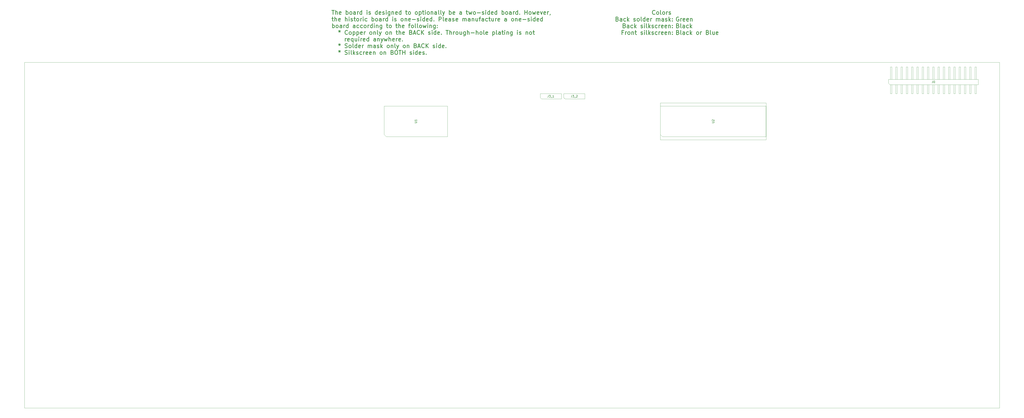
<source format=gbr>
%TF.GenerationSoftware,KiCad,Pcbnew,(6.0.5-0)*%
%TF.CreationDate,2022-06-28T22:09:08-04:00*%
%TF.ProjectId,SpaceCadet,53706163-6543-4616-9465-742e6b696361,rev?*%
%TF.SameCoordinates,Original*%
%TF.FileFunction,AssemblyDrawing,Top*%
%FSLAX46Y46*%
G04 Gerber Fmt 4.6, Leading zero omitted, Abs format (unit mm)*
G04 Created by KiCad (PCBNEW (6.0.5-0)) date 2022-06-28 22:09:08*
%MOMM*%
%LPD*%
G01*
G04 APERTURE LIST*
%ADD10C,0.300000*%
%TA.AperFunction,Profile*%
%ADD11C,0.100000*%
%TD*%
%ADD12C,0.150000*%
%ADD13C,0.100000*%
G04 APERTURE END LIST*
D10*
X367504047Y-58034285D02*
X367408809Y-58129523D01*
X367123095Y-58224761D01*
X366932619Y-58224761D01*
X366646904Y-58129523D01*
X366456428Y-57939047D01*
X366361190Y-57748571D01*
X366265952Y-57367619D01*
X366265952Y-57081904D01*
X366361190Y-56700952D01*
X366456428Y-56510476D01*
X366646904Y-56320000D01*
X366932619Y-56224761D01*
X367123095Y-56224761D01*
X367408809Y-56320000D01*
X367504047Y-56415238D01*
X368646904Y-58224761D02*
X368456428Y-58129523D01*
X368361190Y-58034285D01*
X368265952Y-57843809D01*
X368265952Y-57272380D01*
X368361190Y-57081904D01*
X368456428Y-56986666D01*
X368646904Y-56891428D01*
X368932619Y-56891428D01*
X369123095Y-56986666D01*
X369218333Y-57081904D01*
X369313571Y-57272380D01*
X369313571Y-57843809D01*
X369218333Y-58034285D01*
X369123095Y-58129523D01*
X368932619Y-58224761D01*
X368646904Y-58224761D01*
X370456428Y-58224761D02*
X370265952Y-58129523D01*
X370170714Y-57939047D01*
X370170714Y-56224761D01*
X371504047Y-58224761D02*
X371313571Y-58129523D01*
X371218333Y-58034285D01*
X371123095Y-57843809D01*
X371123095Y-57272380D01*
X371218333Y-57081904D01*
X371313571Y-56986666D01*
X371504047Y-56891428D01*
X371789761Y-56891428D01*
X371980238Y-56986666D01*
X372075476Y-57081904D01*
X372170714Y-57272380D01*
X372170714Y-57843809D01*
X372075476Y-58034285D01*
X371980238Y-58129523D01*
X371789761Y-58224761D01*
X371504047Y-58224761D01*
X373027857Y-58224761D02*
X373027857Y-56891428D01*
X373027857Y-57272380D02*
X373123095Y-57081904D01*
X373218333Y-56986666D01*
X373408809Y-56891428D01*
X373599285Y-56891428D01*
X374170714Y-58129523D02*
X374361190Y-58224761D01*
X374742142Y-58224761D01*
X374932619Y-58129523D01*
X375027857Y-57939047D01*
X375027857Y-57843809D01*
X374932619Y-57653333D01*
X374742142Y-57558095D01*
X374456428Y-57558095D01*
X374265952Y-57462857D01*
X374170714Y-57272380D01*
X374170714Y-57177142D01*
X374265952Y-56986666D01*
X374456428Y-56891428D01*
X374742142Y-56891428D01*
X374932619Y-56986666D01*
X378898809Y-59540000D02*
X378708333Y-59444761D01*
X378422619Y-59444761D01*
X378136904Y-59540000D01*
X377946428Y-59730476D01*
X377851190Y-59920952D01*
X377755952Y-60301904D01*
X377755952Y-60587619D01*
X377851190Y-60968571D01*
X377946428Y-61159047D01*
X378136904Y-61349523D01*
X378422619Y-61444761D01*
X378613095Y-61444761D01*
X378898809Y-61349523D01*
X378994047Y-61254285D01*
X378994047Y-60587619D01*
X378613095Y-60587619D01*
X379851190Y-61444761D02*
X379851190Y-60111428D01*
X379851190Y-60492380D02*
X379946428Y-60301904D01*
X380041666Y-60206666D01*
X380232142Y-60111428D01*
X380422619Y-60111428D01*
X381851190Y-61349523D02*
X381660714Y-61444761D01*
X381279761Y-61444761D01*
X381089285Y-61349523D01*
X380994047Y-61159047D01*
X380994047Y-60397142D01*
X381089285Y-60206666D01*
X381279761Y-60111428D01*
X381660714Y-60111428D01*
X381851190Y-60206666D01*
X381946428Y-60397142D01*
X381946428Y-60587619D01*
X380994047Y-60778095D01*
X383565476Y-61349523D02*
X383375000Y-61444761D01*
X382994047Y-61444761D01*
X382803571Y-61349523D01*
X382708333Y-61159047D01*
X382708333Y-60397142D01*
X382803571Y-60206666D01*
X382994047Y-60111428D01*
X383375000Y-60111428D01*
X383565476Y-60206666D01*
X383660714Y-60397142D01*
X383660714Y-60587619D01*
X382708333Y-60778095D01*
X384517857Y-60111428D02*
X384517857Y-61444761D01*
X384517857Y-60301904D02*
X384613095Y-60206666D01*
X384803571Y-60111428D01*
X385089285Y-60111428D01*
X385279761Y-60206666D01*
X385375000Y-60397142D01*
X385375000Y-61444761D01*
X378517857Y-63617142D02*
X378803571Y-63712380D01*
X378898809Y-63807619D01*
X378994047Y-63998095D01*
X378994047Y-64283809D01*
X378898809Y-64474285D01*
X378803571Y-64569523D01*
X378613095Y-64664761D01*
X377851190Y-64664761D01*
X377851190Y-62664761D01*
X378517857Y-62664761D01*
X378708333Y-62760000D01*
X378803571Y-62855238D01*
X378898809Y-63045714D01*
X378898809Y-63236190D01*
X378803571Y-63426666D01*
X378708333Y-63521904D01*
X378517857Y-63617142D01*
X377851190Y-63617142D01*
X380136904Y-64664761D02*
X379946428Y-64569523D01*
X379851190Y-64379047D01*
X379851190Y-62664761D01*
X381755952Y-64664761D02*
X381755952Y-63617142D01*
X381660714Y-63426666D01*
X381470238Y-63331428D01*
X381089285Y-63331428D01*
X380898809Y-63426666D01*
X381755952Y-64569523D02*
X381565476Y-64664761D01*
X381089285Y-64664761D01*
X380898809Y-64569523D01*
X380803571Y-64379047D01*
X380803571Y-64188571D01*
X380898809Y-63998095D01*
X381089285Y-63902857D01*
X381565476Y-63902857D01*
X381755952Y-63807619D01*
X383565476Y-64569523D02*
X383375000Y-64664761D01*
X382994047Y-64664761D01*
X382803571Y-64569523D01*
X382708333Y-64474285D01*
X382613095Y-64283809D01*
X382613095Y-63712380D01*
X382708333Y-63521904D01*
X382803571Y-63426666D01*
X382994047Y-63331428D01*
X383375000Y-63331428D01*
X383565476Y-63426666D01*
X384422619Y-64664761D02*
X384422619Y-62664761D01*
X384613095Y-63902857D02*
X385184523Y-64664761D01*
X385184523Y-63331428D02*
X384422619Y-64093333D01*
X378517857Y-66837142D02*
X378803571Y-66932380D01*
X378898809Y-67027619D01*
X378994047Y-67218095D01*
X378994047Y-67503809D01*
X378898809Y-67694285D01*
X378803571Y-67789523D01*
X378613095Y-67884761D01*
X377851190Y-67884761D01*
X377851190Y-65884761D01*
X378517857Y-65884761D01*
X378708333Y-65980000D01*
X378803571Y-66075238D01*
X378898809Y-66265714D01*
X378898809Y-66456190D01*
X378803571Y-66646666D01*
X378708333Y-66741904D01*
X378517857Y-66837142D01*
X377851190Y-66837142D01*
X380136904Y-67884761D02*
X379946428Y-67789523D01*
X379851190Y-67599047D01*
X379851190Y-65884761D01*
X381755952Y-67884761D02*
X381755952Y-66837142D01*
X381660714Y-66646666D01*
X381470238Y-66551428D01*
X381089285Y-66551428D01*
X380898809Y-66646666D01*
X381755952Y-67789523D02*
X381565476Y-67884761D01*
X381089285Y-67884761D01*
X380898809Y-67789523D01*
X380803571Y-67599047D01*
X380803571Y-67408571D01*
X380898809Y-67218095D01*
X381089285Y-67122857D01*
X381565476Y-67122857D01*
X381755952Y-67027619D01*
X383565476Y-67789523D02*
X383375000Y-67884761D01*
X382994047Y-67884761D01*
X382803571Y-67789523D01*
X382708333Y-67694285D01*
X382613095Y-67503809D01*
X382613095Y-66932380D01*
X382708333Y-66741904D01*
X382803571Y-66646666D01*
X382994047Y-66551428D01*
X383375000Y-66551428D01*
X383565476Y-66646666D01*
X384422619Y-67884761D02*
X384422619Y-65884761D01*
X384613095Y-67122857D02*
X385184523Y-67884761D01*
X385184523Y-66551428D02*
X384422619Y-67313333D01*
X387851190Y-67884761D02*
X387660714Y-67789523D01*
X387565476Y-67694285D01*
X387470238Y-67503809D01*
X387470238Y-66932380D01*
X387565476Y-66741904D01*
X387660714Y-66646666D01*
X387851190Y-66551428D01*
X388136904Y-66551428D01*
X388327380Y-66646666D01*
X388422619Y-66741904D01*
X388517857Y-66932380D01*
X388517857Y-67503809D01*
X388422619Y-67694285D01*
X388327380Y-67789523D01*
X388136904Y-67884761D01*
X387851190Y-67884761D01*
X389375000Y-67884761D02*
X389375000Y-66551428D01*
X389375000Y-66932380D02*
X389470238Y-66741904D01*
X389565476Y-66646666D01*
X389755952Y-66551428D01*
X389946428Y-66551428D01*
X392803571Y-66837142D02*
X393089285Y-66932380D01*
X393184523Y-67027619D01*
X393279761Y-67218095D01*
X393279761Y-67503809D01*
X393184523Y-67694285D01*
X393089285Y-67789523D01*
X392898809Y-67884761D01*
X392136904Y-67884761D01*
X392136904Y-65884761D01*
X392803571Y-65884761D01*
X392994047Y-65980000D01*
X393089285Y-66075238D01*
X393184523Y-66265714D01*
X393184523Y-66456190D01*
X393089285Y-66646666D01*
X392994047Y-66741904D01*
X392803571Y-66837142D01*
X392136904Y-66837142D01*
X394422619Y-67884761D02*
X394232142Y-67789523D01*
X394136904Y-67599047D01*
X394136904Y-65884761D01*
X396041666Y-66551428D02*
X396041666Y-67884761D01*
X395184523Y-66551428D02*
X395184523Y-67599047D01*
X395279761Y-67789523D01*
X395470238Y-67884761D01*
X395755952Y-67884761D01*
X395946428Y-67789523D01*
X396041666Y-67694285D01*
X397755952Y-67789523D02*
X397565476Y-67884761D01*
X397184523Y-67884761D01*
X396994047Y-67789523D01*
X396898809Y-67599047D01*
X396898809Y-66837142D01*
X396994047Y-66646666D01*
X397184523Y-66551428D01*
X397565476Y-66551428D01*
X397755952Y-66646666D01*
X397851190Y-66837142D01*
X397851190Y-67027619D01*
X396898809Y-67218095D01*
X349382619Y-60397142D02*
X349668333Y-60492380D01*
X349763571Y-60587619D01*
X349858809Y-60778095D01*
X349858809Y-61063809D01*
X349763571Y-61254285D01*
X349668333Y-61349523D01*
X349477857Y-61444761D01*
X348715952Y-61444761D01*
X348715952Y-59444761D01*
X349382619Y-59444761D01*
X349573095Y-59540000D01*
X349668333Y-59635238D01*
X349763571Y-59825714D01*
X349763571Y-60016190D01*
X349668333Y-60206666D01*
X349573095Y-60301904D01*
X349382619Y-60397142D01*
X348715952Y-60397142D01*
X351573095Y-61444761D02*
X351573095Y-60397142D01*
X351477857Y-60206666D01*
X351287380Y-60111428D01*
X350906428Y-60111428D01*
X350715952Y-60206666D01*
X351573095Y-61349523D02*
X351382619Y-61444761D01*
X350906428Y-61444761D01*
X350715952Y-61349523D01*
X350620714Y-61159047D01*
X350620714Y-60968571D01*
X350715952Y-60778095D01*
X350906428Y-60682857D01*
X351382619Y-60682857D01*
X351573095Y-60587619D01*
X353382619Y-61349523D02*
X353192142Y-61444761D01*
X352811190Y-61444761D01*
X352620714Y-61349523D01*
X352525476Y-61254285D01*
X352430238Y-61063809D01*
X352430238Y-60492380D01*
X352525476Y-60301904D01*
X352620714Y-60206666D01*
X352811190Y-60111428D01*
X353192142Y-60111428D01*
X353382619Y-60206666D01*
X354239761Y-61444761D02*
X354239761Y-59444761D01*
X354430238Y-60682857D02*
X355001666Y-61444761D01*
X355001666Y-60111428D02*
X354239761Y-60873333D01*
X357287380Y-61349523D02*
X357477857Y-61444761D01*
X357858809Y-61444761D01*
X358049285Y-61349523D01*
X358144523Y-61159047D01*
X358144523Y-61063809D01*
X358049285Y-60873333D01*
X357858809Y-60778095D01*
X357573095Y-60778095D01*
X357382619Y-60682857D01*
X357287380Y-60492380D01*
X357287380Y-60397142D01*
X357382619Y-60206666D01*
X357573095Y-60111428D01*
X357858809Y-60111428D01*
X358049285Y-60206666D01*
X359287380Y-61444761D02*
X359096904Y-61349523D01*
X359001666Y-61254285D01*
X358906428Y-61063809D01*
X358906428Y-60492380D01*
X359001666Y-60301904D01*
X359096904Y-60206666D01*
X359287380Y-60111428D01*
X359573095Y-60111428D01*
X359763571Y-60206666D01*
X359858809Y-60301904D01*
X359954047Y-60492380D01*
X359954047Y-61063809D01*
X359858809Y-61254285D01*
X359763571Y-61349523D01*
X359573095Y-61444761D01*
X359287380Y-61444761D01*
X361096904Y-61444761D02*
X360906428Y-61349523D01*
X360811190Y-61159047D01*
X360811190Y-59444761D01*
X362715952Y-61444761D02*
X362715952Y-59444761D01*
X362715952Y-61349523D02*
X362525476Y-61444761D01*
X362144523Y-61444761D01*
X361954047Y-61349523D01*
X361858809Y-61254285D01*
X361763571Y-61063809D01*
X361763571Y-60492380D01*
X361858809Y-60301904D01*
X361954047Y-60206666D01*
X362144523Y-60111428D01*
X362525476Y-60111428D01*
X362715952Y-60206666D01*
X364430238Y-61349523D02*
X364239761Y-61444761D01*
X363858809Y-61444761D01*
X363668333Y-61349523D01*
X363573095Y-61159047D01*
X363573095Y-60397142D01*
X363668333Y-60206666D01*
X363858809Y-60111428D01*
X364239761Y-60111428D01*
X364430238Y-60206666D01*
X364525476Y-60397142D01*
X364525476Y-60587619D01*
X363573095Y-60778095D01*
X365382619Y-61444761D02*
X365382619Y-60111428D01*
X365382619Y-60492380D02*
X365477857Y-60301904D01*
X365573095Y-60206666D01*
X365763571Y-60111428D01*
X365954047Y-60111428D01*
X368144523Y-61444761D02*
X368144523Y-60111428D01*
X368144523Y-60301904D02*
X368239761Y-60206666D01*
X368430238Y-60111428D01*
X368715952Y-60111428D01*
X368906428Y-60206666D01*
X369001666Y-60397142D01*
X369001666Y-61444761D01*
X369001666Y-60397142D02*
X369096904Y-60206666D01*
X369287380Y-60111428D01*
X369573095Y-60111428D01*
X369763571Y-60206666D01*
X369858809Y-60397142D01*
X369858809Y-61444761D01*
X371668333Y-61444761D02*
X371668333Y-60397142D01*
X371573095Y-60206666D01*
X371382619Y-60111428D01*
X371001666Y-60111428D01*
X370811190Y-60206666D01*
X371668333Y-61349523D02*
X371477857Y-61444761D01*
X371001666Y-61444761D01*
X370811190Y-61349523D01*
X370715952Y-61159047D01*
X370715952Y-60968571D01*
X370811190Y-60778095D01*
X371001666Y-60682857D01*
X371477857Y-60682857D01*
X371668333Y-60587619D01*
X372525476Y-61349523D02*
X372715952Y-61444761D01*
X373096904Y-61444761D01*
X373287380Y-61349523D01*
X373382619Y-61159047D01*
X373382619Y-61063809D01*
X373287380Y-60873333D01*
X373096904Y-60778095D01*
X372811190Y-60778095D01*
X372620714Y-60682857D01*
X372525476Y-60492380D01*
X372525476Y-60397142D01*
X372620714Y-60206666D01*
X372811190Y-60111428D01*
X373096904Y-60111428D01*
X373287380Y-60206666D01*
X374239761Y-61444761D02*
X374239761Y-59444761D01*
X374430238Y-60682857D02*
X375001666Y-61444761D01*
X375001666Y-60111428D02*
X374239761Y-60873333D01*
X375858809Y-61254285D02*
X375954047Y-61349523D01*
X375858809Y-61444761D01*
X375763571Y-61349523D01*
X375858809Y-61254285D01*
X375858809Y-61444761D01*
X375858809Y-60206666D02*
X375954047Y-60301904D01*
X375858809Y-60397142D01*
X375763571Y-60301904D01*
X375858809Y-60206666D01*
X375858809Y-60397142D01*
X352811190Y-63617142D02*
X353096904Y-63712380D01*
X353192142Y-63807619D01*
X353287380Y-63998095D01*
X353287380Y-64283809D01*
X353192142Y-64474285D01*
X353096904Y-64569523D01*
X352906428Y-64664761D01*
X352144523Y-64664761D01*
X352144523Y-62664761D01*
X352811190Y-62664761D01*
X353001666Y-62760000D01*
X353096904Y-62855238D01*
X353192142Y-63045714D01*
X353192142Y-63236190D01*
X353096904Y-63426666D01*
X353001666Y-63521904D01*
X352811190Y-63617142D01*
X352144523Y-63617142D01*
X355001666Y-64664761D02*
X355001666Y-63617142D01*
X354906428Y-63426666D01*
X354715952Y-63331428D01*
X354335000Y-63331428D01*
X354144523Y-63426666D01*
X355001666Y-64569523D02*
X354811190Y-64664761D01*
X354335000Y-64664761D01*
X354144523Y-64569523D01*
X354049285Y-64379047D01*
X354049285Y-64188571D01*
X354144523Y-63998095D01*
X354335000Y-63902857D01*
X354811190Y-63902857D01*
X355001666Y-63807619D01*
X356811190Y-64569523D02*
X356620714Y-64664761D01*
X356239761Y-64664761D01*
X356049285Y-64569523D01*
X355954047Y-64474285D01*
X355858809Y-64283809D01*
X355858809Y-63712380D01*
X355954047Y-63521904D01*
X356049285Y-63426666D01*
X356239761Y-63331428D01*
X356620714Y-63331428D01*
X356811190Y-63426666D01*
X357668333Y-64664761D02*
X357668333Y-62664761D01*
X357858809Y-63902857D02*
X358430238Y-64664761D01*
X358430238Y-63331428D02*
X357668333Y-64093333D01*
X360715952Y-64569523D02*
X360906428Y-64664761D01*
X361287380Y-64664761D01*
X361477857Y-64569523D01*
X361573095Y-64379047D01*
X361573095Y-64283809D01*
X361477857Y-64093333D01*
X361287380Y-63998095D01*
X361001666Y-63998095D01*
X360811190Y-63902857D01*
X360715952Y-63712380D01*
X360715952Y-63617142D01*
X360811190Y-63426666D01*
X361001666Y-63331428D01*
X361287380Y-63331428D01*
X361477857Y-63426666D01*
X362430238Y-64664761D02*
X362430238Y-63331428D01*
X362430238Y-62664761D02*
X362335000Y-62760000D01*
X362430238Y-62855238D01*
X362525476Y-62760000D01*
X362430238Y-62664761D01*
X362430238Y-62855238D01*
X363668333Y-64664761D02*
X363477857Y-64569523D01*
X363382619Y-64379047D01*
X363382619Y-62664761D01*
X364430238Y-64664761D02*
X364430238Y-62664761D01*
X364620714Y-63902857D02*
X365192142Y-64664761D01*
X365192142Y-63331428D02*
X364430238Y-64093333D01*
X365954047Y-64569523D02*
X366144523Y-64664761D01*
X366525476Y-64664761D01*
X366715952Y-64569523D01*
X366811190Y-64379047D01*
X366811190Y-64283809D01*
X366715952Y-64093333D01*
X366525476Y-63998095D01*
X366239761Y-63998095D01*
X366049285Y-63902857D01*
X365954047Y-63712380D01*
X365954047Y-63617142D01*
X366049285Y-63426666D01*
X366239761Y-63331428D01*
X366525476Y-63331428D01*
X366715952Y-63426666D01*
X368525476Y-64569523D02*
X368335000Y-64664761D01*
X367954047Y-64664761D01*
X367763571Y-64569523D01*
X367668333Y-64474285D01*
X367573095Y-64283809D01*
X367573095Y-63712380D01*
X367668333Y-63521904D01*
X367763571Y-63426666D01*
X367954047Y-63331428D01*
X368335000Y-63331428D01*
X368525476Y-63426666D01*
X369382619Y-64664761D02*
X369382619Y-63331428D01*
X369382619Y-63712380D02*
X369477857Y-63521904D01*
X369573095Y-63426666D01*
X369763571Y-63331428D01*
X369954047Y-63331428D01*
X371382619Y-64569523D02*
X371192142Y-64664761D01*
X370811190Y-64664761D01*
X370620714Y-64569523D01*
X370525476Y-64379047D01*
X370525476Y-63617142D01*
X370620714Y-63426666D01*
X370811190Y-63331428D01*
X371192142Y-63331428D01*
X371382619Y-63426666D01*
X371477857Y-63617142D01*
X371477857Y-63807619D01*
X370525476Y-63998095D01*
X373096904Y-64569523D02*
X372906428Y-64664761D01*
X372525476Y-64664761D01*
X372335000Y-64569523D01*
X372239761Y-64379047D01*
X372239761Y-63617142D01*
X372335000Y-63426666D01*
X372525476Y-63331428D01*
X372906428Y-63331428D01*
X373096904Y-63426666D01*
X373192142Y-63617142D01*
X373192142Y-63807619D01*
X372239761Y-63998095D01*
X374049285Y-63331428D02*
X374049285Y-64664761D01*
X374049285Y-63521904D02*
X374144523Y-63426666D01*
X374335000Y-63331428D01*
X374620714Y-63331428D01*
X374811190Y-63426666D01*
X374906428Y-63617142D01*
X374906428Y-64664761D01*
X375858809Y-64474285D02*
X375954047Y-64569523D01*
X375858809Y-64664761D01*
X375763571Y-64569523D01*
X375858809Y-64474285D01*
X375858809Y-64664761D01*
X375858809Y-63426666D02*
X375954047Y-63521904D01*
X375858809Y-63617142D01*
X375763571Y-63521904D01*
X375858809Y-63426666D01*
X375858809Y-63617142D01*
X352239761Y-66837142D02*
X351573095Y-66837142D01*
X351573095Y-67884761D02*
X351573095Y-65884761D01*
X352525476Y-65884761D01*
X353287380Y-67884761D02*
X353287380Y-66551428D01*
X353287380Y-66932380D02*
X353382619Y-66741904D01*
X353477857Y-66646666D01*
X353668333Y-66551428D01*
X353858809Y-66551428D01*
X354811190Y-67884761D02*
X354620714Y-67789523D01*
X354525476Y-67694285D01*
X354430238Y-67503809D01*
X354430238Y-66932380D01*
X354525476Y-66741904D01*
X354620714Y-66646666D01*
X354811190Y-66551428D01*
X355096904Y-66551428D01*
X355287380Y-66646666D01*
X355382619Y-66741904D01*
X355477857Y-66932380D01*
X355477857Y-67503809D01*
X355382619Y-67694285D01*
X355287380Y-67789523D01*
X355096904Y-67884761D01*
X354811190Y-67884761D01*
X356335000Y-66551428D02*
X356335000Y-67884761D01*
X356335000Y-66741904D02*
X356430238Y-66646666D01*
X356620714Y-66551428D01*
X356906428Y-66551428D01*
X357096904Y-66646666D01*
X357192142Y-66837142D01*
X357192142Y-67884761D01*
X357858809Y-66551428D02*
X358620714Y-66551428D01*
X358144523Y-65884761D02*
X358144523Y-67599047D01*
X358239761Y-67789523D01*
X358430238Y-67884761D01*
X358620714Y-67884761D01*
X360715952Y-67789523D02*
X360906428Y-67884761D01*
X361287380Y-67884761D01*
X361477857Y-67789523D01*
X361573095Y-67599047D01*
X361573095Y-67503809D01*
X361477857Y-67313333D01*
X361287380Y-67218095D01*
X361001666Y-67218095D01*
X360811190Y-67122857D01*
X360715952Y-66932380D01*
X360715952Y-66837142D01*
X360811190Y-66646666D01*
X361001666Y-66551428D01*
X361287380Y-66551428D01*
X361477857Y-66646666D01*
X362430238Y-67884761D02*
X362430238Y-66551428D01*
X362430238Y-65884761D02*
X362335000Y-65980000D01*
X362430238Y-66075238D01*
X362525476Y-65980000D01*
X362430238Y-65884761D01*
X362430238Y-66075238D01*
X363668333Y-67884761D02*
X363477857Y-67789523D01*
X363382619Y-67599047D01*
X363382619Y-65884761D01*
X364430238Y-67884761D02*
X364430238Y-65884761D01*
X364620714Y-67122857D02*
X365192142Y-67884761D01*
X365192142Y-66551428D02*
X364430238Y-67313333D01*
X365954047Y-67789523D02*
X366144523Y-67884761D01*
X366525476Y-67884761D01*
X366715952Y-67789523D01*
X366811190Y-67599047D01*
X366811190Y-67503809D01*
X366715952Y-67313333D01*
X366525476Y-67218095D01*
X366239761Y-67218095D01*
X366049285Y-67122857D01*
X365954047Y-66932380D01*
X365954047Y-66837142D01*
X366049285Y-66646666D01*
X366239761Y-66551428D01*
X366525476Y-66551428D01*
X366715952Y-66646666D01*
X368525476Y-67789523D02*
X368335000Y-67884761D01*
X367954047Y-67884761D01*
X367763571Y-67789523D01*
X367668333Y-67694285D01*
X367573095Y-67503809D01*
X367573095Y-66932380D01*
X367668333Y-66741904D01*
X367763571Y-66646666D01*
X367954047Y-66551428D01*
X368335000Y-66551428D01*
X368525476Y-66646666D01*
X369382619Y-67884761D02*
X369382619Y-66551428D01*
X369382619Y-66932380D02*
X369477857Y-66741904D01*
X369573095Y-66646666D01*
X369763571Y-66551428D01*
X369954047Y-66551428D01*
X371382619Y-67789523D02*
X371192142Y-67884761D01*
X370811190Y-67884761D01*
X370620714Y-67789523D01*
X370525476Y-67599047D01*
X370525476Y-66837142D01*
X370620714Y-66646666D01*
X370811190Y-66551428D01*
X371192142Y-66551428D01*
X371382619Y-66646666D01*
X371477857Y-66837142D01*
X371477857Y-67027619D01*
X370525476Y-67218095D01*
X373096904Y-67789523D02*
X372906428Y-67884761D01*
X372525476Y-67884761D01*
X372335000Y-67789523D01*
X372239761Y-67599047D01*
X372239761Y-66837142D01*
X372335000Y-66646666D01*
X372525476Y-66551428D01*
X372906428Y-66551428D01*
X373096904Y-66646666D01*
X373192142Y-66837142D01*
X373192142Y-67027619D01*
X372239761Y-67218095D01*
X374049285Y-66551428D02*
X374049285Y-67884761D01*
X374049285Y-66741904D02*
X374144523Y-66646666D01*
X374335000Y-66551428D01*
X374620714Y-66551428D01*
X374811190Y-66646666D01*
X374906428Y-66837142D01*
X374906428Y-67884761D01*
X375858809Y-67694285D02*
X375954047Y-67789523D01*
X375858809Y-67884761D01*
X375763571Y-67789523D01*
X375858809Y-67694285D01*
X375858809Y-67884761D01*
X375858809Y-66646666D02*
X375954047Y-66741904D01*
X375858809Y-66837142D01*
X375763571Y-66741904D01*
X375858809Y-66646666D01*
X375858809Y-66837142D01*
D11*
X64250000Y-81300000D02*
X533250000Y-81300000D01*
X533250000Y-81300000D02*
X533250000Y-247900000D01*
X533250000Y-247900000D02*
X64250000Y-247900000D01*
X64250000Y-247900000D02*
X64250000Y-81300000D01*
D10*
X212105476Y-56204761D02*
X213248333Y-56204761D01*
X212676904Y-58204761D02*
X212676904Y-56204761D01*
X213915000Y-58204761D02*
X213915000Y-56204761D01*
X214772142Y-58204761D02*
X214772142Y-57157142D01*
X214676904Y-56966666D01*
X214486428Y-56871428D01*
X214200714Y-56871428D01*
X214010238Y-56966666D01*
X213915000Y-57061904D01*
X216486428Y-58109523D02*
X216295952Y-58204761D01*
X215915000Y-58204761D01*
X215724523Y-58109523D01*
X215629285Y-57919047D01*
X215629285Y-57157142D01*
X215724523Y-56966666D01*
X215915000Y-56871428D01*
X216295952Y-56871428D01*
X216486428Y-56966666D01*
X216581666Y-57157142D01*
X216581666Y-57347619D01*
X215629285Y-57538095D01*
X218962619Y-58204761D02*
X218962619Y-56204761D01*
X218962619Y-56966666D02*
X219153095Y-56871428D01*
X219534047Y-56871428D01*
X219724523Y-56966666D01*
X219819761Y-57061904D01*
X219915000Y-57252380D01*
X219915000Y-57823809D01*
X219819761Y-58014285D01*
X219724523Y-58109523D01*
X219534047Y-58204761D01*
X219153095Y-58204761D01*
X218962619Y-58109523D01*
X221057857Y-58204761D02*
X220867380Y-58109523D01*
X220772142Y-58014285D01*
X220676904Y-57823809D01*
X220676904Y-57252380D01*
X220772142Y-57061904D01*
X220867380Y-56966666D01*
X221057857Y-56871428D01*
X221343571Y-56871428D01*
X221534047Y-56966666D01*
X221629285Y-57061904D01*
X221724523Y-57252380D01*
X221724523Y-57823809D01*
X221629285Y-58014285D01*
X221534047Y-58109523D01*
X221343571Y-58204761D01*
X221057857Y-58204761D01*
X223438809Y-58204761D02*
X223438809Y-57157142D01*
X223343571Y-56966666D01*
X223153095Y-56871428D01*
X222772142Y-56871428D01*
X222581666Y-56966666D01*
X223438809Y-58109523D02*
X223248333Y-58204761D01*
X222772142Y-58204761D01*
X222581666Y-58109523D01*
X222486428Y-57919047D01*
X222486428Y-57728571D01*
X222581666Y-57538095D01*
X222772142Y-57442857D01*
X223248333Y-57442857D01*
X223438809Y-57347619D01*
X224391190Y-58204761D02*
X224391190Y-56871428D01*
X224391190Y-57252380D02*
X224486428Y-57061904D01*
X224581666Y-56966666D01*
X224772142Y-56871428D01*
X224962619Y-56871428D01*
X226486428Y-58204761D02*
X226486428Y-56204761D01*
X226486428Y-58109523D02*
X226295952Y-58204761D01*
X225915000Y-58204761D01*
X225724523Y-58109523D01*
X225629285Y-58014285D01*
X225534047Y-57823809D01*
X225534047Y-57252380D01*
X225629285Y-57061904D01*
X225724523Y-56966666D01*
X225915000Y-56871428D01*
X226295952Y-56871428D01*
X226486428Y-56966666D01*
X228962619Y-58204761D02*
X228962619Y-56871428D01*
X228962619Y-56204761D02*
X228867380Y-56300000D01*
X228962619Y-56395238D01*
X229057857Y-56300000D01*
X228962619Y-56204761D01*
X228962619Y-56395238D01*
X229819761Y-58109523D02*
X230010238Y-58204761D01*
X230391190Y-58204761D01*
X230581666Y-58109523D01*
X230676904Y-57919047D01*
X230676904Y-57823809D01*
X230581666Y-57633333D01*
X230391190Y-57538095D01*
X230105476Y-57538095D01*
X229915000Y-57442857D01*
X229819761Y-57252380D01*
X229819761Y-57157142D01*
X229915000Y-56966666D01*
X230105476Y-56871428D01*
X230391190Y-56871428D01*
X230581666Y-56966666D01*
X233915000Y-58204761D02*
X233915000Y-56204761D01*
X233915000Y-58109523D02*
X233724523Y-58204761D01*
X233343571Y-58204761D01*
X233153095Y-58109523D01*
X233057857Y-58014285D01*
X232962619Y-57823809D01*
X232962619Y-57252380D01*
X233057857Y-57061904D01*
X233153095Y-56966666D01*
X233343571Y-56871428D01*
X233724523Y-56871428D01*
X233915000Y-56966666D01*
X235629285Y-58109523D02*
X235438809Y-58204761D01*
X235057857Y-58204761D01*
X234867380Y-58109523D01*
X234772142Y-57919047D01*
X234772142Y-57157142D01*
X234867380Y-56966666D01*
X235057857Y-56871428D01*
X235438809Y-56871428D01*
X235629285Y-56966666D01*
X235724523Y-57157142D01*
X235724523Y-57347619D01*
X234772142Y-57538095D01*
X236486428Y-58109523D02*
X236676904Y-58204761D01*
X237057857Y-58204761D01*
X237248333Y-58109523D01*
X237343571Y-57919047D01*
X237343571Y-57823809D01*
X237248333Y-57633333D01*
X237057857Y-57538095D01*
X236772142Y-57538095D01*
X236581666Y-57442857D01*
X236486428Y-57252380D01*
X236486428Y-57157142D01*
X236581666Y-56966666D01*
X236772142Y-56871428D01*
X237057857Y-56871428D01*
X237248333Y-56966666D01*
X238200714Y-58204761D02*
X238200714Y-56871428D01*
X238200714Y-56204761D02*
X238105476Y-56300000D01*
X238200714Y-56395238D01*
X238295952Y-56300000D01*
X238200714Y-56204761D01*
X238200714Y-56395238D01*
X240010238Y-56871428D02*
X240010238Y-58490476D01*
X239915000Y-58680952D01*
X239819761Y-58776190D01*
X239629285Y-58871428D01*
X239343571Y-58871428D01*
X239153095Y-58776190D01*
X240010238Y-58109523D02*
X239819761Y-58204761D01*
X239438809Y-58204761D01*
X239248333Y-58109523D01*
X239153095Y-58014285D01*
X239057857Y-57823809D01*
X239057857Y-57252380D01*
X239153095Y-57061904D01*
X239248333Y-56966666D01*
X239438809Y-56871428D01*
X239819761Y-56871428D01*
X240010238Y-56966666D01*
X240962619Y-56871428D02*
X240962619Y-58204761D01*
X240962619Y-57061904D02*
X241057857Y-56966666D01*
X241248333Y-56871428D01*
X241534047Y-56871428D01*
X241724523Y-56966666D01*
X241819761Y-57157142D01*
X241819761Y-58204761D01*
X243534047Y-58109523D02*
X243343571Y-58204761D01*
X242962619Y-58204761D01*
X242772142Y-58109523D01*
X242676904Y-57919047D01*
X242676904Y-57157142D01*
X242772142Y-56966666D01*
X242962619Y-56871428D01*
X243343571Y-56871428D01*
X243534047Y-56966666D01*
X243629285Y-57157142D01*
X243629285Y-57347619D01*
X242676904Y-57538095D01*
X245343571Y-58204761D02*
X245343571Y-56204761D01*
X245343571Y-58109523D02*
X245153095Y-58204761D01*
X244772142Y-58204761D01*
X244581666Y-58109523D01*
X244486428Y-58014285D01*
X244391190Y-57823809D01*
X244391190Y-57252380D01*
X244486428Y-57061904D01*
X244581666Y-56966666D01*
X244772142Y-56871428D01*
X245153095Y-56871428D01*
X245343571Y-56966666D01*
X247534047Y-56871428D02*
X248295952Y-56871428D01*
X247819761Y-56204761D02*
X247819761Y-57919047D01*
X247915000Y-58109523D01*
X248105476Y-58204761D01*
X248295952Y-58204761D01*
X249248333Y-58204761D02*
X249057857Y-58109523D01*
X248962619Y-58014285D01*
X248867380Y-57823809D01*
X248867380Y-57252380D01*
X248962619Y-57061904D01*
X249057857Y-56966666D01*
X249248333Y-56871428D01*
X249534047Y-56871428D01*
X249724523Y-56966666D01*
X249819761Y-57061904D01*
X249915000Y-57252380D01*
X249915000Y-57823809D01*
X249819761Y-58014285D01*
X249724523Y-58109523D01*
X249534047Y-58204761D01*
X249248333Y-58204761D01*
X252581666Y-58204761D02*
X252391190Y-58109523D01*
X252295952Y-58014285D01*
X252200714Y-57823809D01*
X252200714Y-57252380D01*
X252295952Y-57061904D01*
X252391190Y-56966666D01*
X252581666Y-56871428D01*
X252867380Y-56871428D01*
X253057857Y-56966666D01*
X253153095Y-57061904D01*
X253248333Y-57252380D01*
X253248333Y-57823809D01*
X253153095Y-58014285D01*
X253057857Y-58109523D01*
X252867380Y-58204761D01*
X252581666Y-58204761D01*
X254105476Y-56871428D02*
X254105476Y-58871428D01*
X254105476Y-56966666D02*
X254295952Y-56871428D01*
X254676904Y-56871428D01*
X254867380Y-56966666D01*
X254962619Y-57061904D01*
X255057857Y-57252380D01*
X255057857Y-57823809D01*
X254962619Y-58014285D01*
X254867380Y-58109523D01*
X254676904Y-58204761D01*
X254295952Y-58204761D01*
X254105476Y-58109523D01*
X255629285Y-56871428D02*
X256391190Y-56871428D01*
X255915000Y-56204761D02*
X255915000Y-57919047D01*
X256010238Y-58109523D01*
X256200714Y-58204761D01*
X256391190Y-58204761D01*
X257057857Y-58204761D02*
X257057857Y-56871428D01*
X257057857Y-56204761D02*
X256962619Y-56300000D01*
X257057857Y-56395238D01*
X257153095Y-56300000D01*
X257057857Y-56204761D01*
X257057857Y-56395238D01*
X258295952Y-58204761D02*
X258105476Y-58109523D01*
X258010238Y-58014285D01*
X257915000Y-57823809D01*
X257915000Y-57252380D01*
X258010238Y-57061904D01*
X258105476Y-56966666D01*
X258295952Y-56871428D01*
X258581666Y-56871428D01*
X258772142Y-56966666D01*
X258867380Y-57061904D01*
X258962619Y-57252380D01*
X258962619Y-57823809D01*
X258867380Y-58014285D01*
X258772142Y-58109523D01*
X258581666Y-58204761D01*
X258295952Y-58204761D01*
X259819761Y-56871428D02*
X259819761Y-58204761D01*
X259819761Y-57061904D02*
X259915000Y-56966666D01*
X260105476Y-56871428D01*
X260391190Y-56871428D01*
X260581666Y-56966666D01*
X260676904Y-57157142D01*
X260676904Y-58204761D01*
X262486428Y-58204761D02*
X262486428Y-57157142D01*
X262391190Y-56966666D01*
X262200714Y-56871428D01*
X261819761Y-56871428D01*
X261629285Y-56966666D01*
X262486428Y-58109523D02*
X262295952Y-58204761D01*
X261819761Y-58204761D01*
X261629285Y-58109523D01*
X261534047Y-57919047D01*
X261534047Y-57728571D01*
X261629285Y-57538095D01*
X261819761Y-57442857D01*
X262295952Y-57442857D01*
X262486428Y-57347619D01*
X263724523Y-58204761D02*
X263534047Y-58109523D01*
X263438809Y-57919047D01*
X263438809Y-56204761D01*
X264772142Y-58204761D02*
X264581666Y-58109523D01*
X264486428Y-57919047D01*
X264486428Y-56204761D01*
X265343571Y-56871428D02*
X265819761Y-58204761D01*
X266295952Y-56871428D02*
X265819761Y-58204761D01*
X265629285Y-58680952D01*
X265534047Y-58776190D01*
X265343571Y-58871428D01*
X268581666Y-58204761D02*
X268581666Y-56204761D01*
X268581666Y-56966666D02*
X268772142Y-56871428D01*
X269153095Y-56871428D01*
X269343571Y-56966666D01*
X269438809Y-57061904D01*
X269534047Y-57252380D01*
X269534047Y-57823809D01*
X269438809Y-58014285D01*
X269343571Y-58109523D01*
X269153095Y-58204761D01*
X268772142Y-58204761D01*
X268581666Y-58109523D01*
X271153095Y-58109523D02*
X270962619Y-58204761D01*
X270581666Y-58204761D01*
X270391190Y-58109523D01*
X270295952Y-57919047D01*
X270295952Y-57157142D01*
X270391190Y-56966666D01*
X270581666Y-56871428D01*
X270962619Y-56871428D01*
X271153095Y-56966666D01*
X271248333Y-57157142D01*
X271248333Y-57347619D01*
X270295952Y-57538095D01*
X274486428Y-58204761D02*
X274486428Y-57157142D01*
X274391190Y-56966666D01*
X274200714Y-56871428D01*
X273819761Y-56871428D01*
X273629285Y-56966666D01*
X274486428Y-58109523D02*
X274295952Y-58204761D01*
X273819761Y-58204761D01*
X273629285Y-58109523D01*
X273534047Y-57919047D01*
X273534047Y-57728571D01*
X273629285Y-57538095D01*
X273819761Y-57442857D01*
X274295952Y-57442857D01*
X274486428Y-57347619D01*
X276676904Y-56871428D02*
X277438809Y-56871428D01*
X276962619Y-56204761D02*
X276962619Y-57919047D01*
X277057857Y-58109523D01*
X277248333Y-58204761D01*
X277438809Y-58204761D01*
X277914999Y-56871428D02*
X278295952Y-58204761D01*
X278676904Y-57252380D01*
X279057857Y-58204761D01*
X279438809Y-56871428D01*
X280486428Y-58204761D02*
X280295952Y-58109523D01*
X280200714Y-58014285D01*
X280105476Y-57823809D01*
X280105476Y-57252380D01*
X280200714Y-57061904D01*
X280295952Y-56966666D01*
X280486428Y-56871428D01*
X280772142Y-56871428D01*
X280962619Y-56966666D01*
X281057857Y-57061904D01*
X281153095Y-57252380D01*
X281153095Y-57823809D01*
X281057857Y-58014285D01*
X280962619Y-58109523D01*
X280772142Y-58204761D01*
X280486428Y-58204761D01*
X282010238Y-57442857D02*
X283534047Y-57442857D01*
X284391190Y-58109523D02*
X284581666Y-58204761D01*
X284962619Y-58204761D01*
X285153095Y-58109523D01*
X285248333Y-57919047D01*
X285248333Y-57823809D01*
X285153095Y-57633333D01*
X284962619Y-57538095D01*
X284676904Y-57538095D01*
X284486428Y-57442857D01*
X284391190Y-57252380D01*
X284391190Y-57157142D01*
X284486428Y-56966666D01*
X284676904Y-56871428D01*
X284962619Y-56871428D01*
X285153095Y-56966666D01*
X286105476Y-58204761D02*
X286105476Y-56871428D01*
X286105476Y-56204761D02*
X286010238Y-56300000D01*
X286105476Y-56395238D01*
X286200714Y-56300000D01*
X286105476Y-56204761D01*
X286105476Y-56395238D01*
X287914999Y-58204761D02*
X287914999Y-56204761D01*
X287914999Y-58109523D02*
X287724523Y-58204761D01*
X287343571Y-58204761D01*
X287153095Y-58109523D01*
X287057857Y-58014285D01*
X286962619Y-57823809D01*
X286962619Y-57252380D01*
X287057857Y-57061904D01*
X287153095Y-56966666D01*
X287343571Y-56871428D01*
X287724523Y-56871428D01*
X287914999Y-56966666D01*
X289629285Y-58109523D02*
X289438809Y-58204761D01*
X289057857Y-58204761D01*
X288867380Y-58109523D01*
X288772142Y-57919047D01*
X288772142Y-57157142D01*
X288867380Y-56966666D01*
X289057857Y-56871428D01*
X289438809Y-56871428D01*
X289629285Y-56966666D01*
X289724523Y-57157142D01*
X289724523Y-57347619D01*
X288772142Y-57538095D01*
X291438809Y-58204761D02*
X291438809Y-56204761D01*
X291438809Y-58109523D02*
X291248333Y-58204761D01*
X290867380Y-58204761D01*
X290676904Y-58109523D01*
X290581666Y-58014285D01*
X290486428Y-57823809D01*
X290486428Y-57252380D01*
X290581666Y-57061904D01*
X290676904Y-56966666D01*
X290867380Y-56871428D01*
X291248333Y-56871428D01*
X291438809Y-56966666D01*
X293914999Y-58204761D02*
X293914999Y-56204761D01*
X293914999Y-56966666D02*
X294105476Y-56871428D01*
X294486428Y-56871428D01*
X294676904Y-56966666D01*
X294772142Y-57061904D01*
X294867380Y-57252380D01*
X294867380Y-57823809D01*
X294772142Y-58014285D01*
X294676904Y-58109523D01*
X294486428Y-58204761D01*
X294105476Y-58204761D01*
X293914999Y-58109523D01*
X296010238Y-58204761D02*
X295819761Y-58109523D01*
X295724523Y-58014285D01*
X295629285Y-57823809D01*
X295629285Y-57252380D01*
X295724523Y-57061904D01*
X295819761Y-56966666D01*
X296010238Y-56871428D01*
X296295952Y-56871428D01*
X296486428Y-56966666D01*
X296581666Y-57061904D01*
X296676904Y-57252380D01*
X296676904Y-57823809D01*
X296581666Y-58014285D01*
X296486428Y-58109523D01*
X296295952Y-58204761D01*
X296010238Y-58204761D01*
X298391190Y-58204761D02*
X298391190Y-57157142D01*
X298295952Y-56966666D01*
X298105476Y-56871428D01*
X297724523Y-56871428D01*
X297534047Y-56966666D01*
X298391190Y-58109523D02*
X298200714Y-58204761D01*
X297724523Y-58204761D01*
X297534047Y-58109523D01*
X297438809Y-57919047D01*
X297438809Y-57728571D01*
X297534047Y-57538095D01*
X297724523Y-57442857D01*
X298200714Y-57442857D01*
X298391190Y-57347619D01*
X299343571Y-58204761D02*
X299343571Y-56871428D01*
X299343571Y-57252380D02*
X299438809Y-57061904D01*
X299534047Y-56966666D01*
X299724523Y-56871428D01*
X299914999Y-56871428D01*
X301438809Y-58204761D02*
X301438809Y-56204761D01*
X301438809Y-58109523D02*
X301248333Y-58204761D01*
X300867380Y-58204761D01*
X300676904Y-58109523D01*
X300581666Y-58014285D01*
X300486428Y-57823809D01*
X300486428Y-57252380D01*
X300581666Y-57061904D01*
X300676904Y-56966666D01*
X300867380Y-56871428D01*
X301248333Y-56871428D01*
X301438809Y-56966666D01*
X302391190Y-58014285D02*
X302486428Y-58109523D01*
X302391190Y-58204761D01*
X302295952Y-58109523D01*
X302391190Y-58014285D01*
X302391190Y-58204761D01*
X304867380Y-58204761D02*
X304867380Y-56204761D01*
X304867380Y-57157142D02*
X306010238Y-57157142D01*
X306010238Y-58204761D02*
X306010238Y-56204761D01*
X307248333Y-58204761D02*
X307057857Y-58109523D01*
X306962619Y-58014285D01*
X306867380Y-57823809D01*
X306867380Y-57252380D01*
X306962619Y-57061904D01*
X307057857Y-56966666D01*
X307248333Y-56871428D01*
X307534047Y-56871428D01*
X307724523Y-56966666D01*
X307819761Y-57061904D01*
X307914999Y-57252380D01*
X307914999Y-57823809D01*
X307819761Y-58014285D01*
X307724523Y-58109523D01*
X307534047Y-58204761D01*
X307248333Y-58204761D01*
X308581666Y-56871428D02*
X308962619Y-58204761D01*
X309343571Y-57252380D01*
X309724523Y-58204761D01*
X310105476Y-56871428D01*
X311629285Y-58109523D02*
X311438809Y-58204761D01*
X311057857Y-58204761D01*
X310867380Y-58109523D01*
X310772142Y-57919047D01*
X310772142Y-57157142D01*
X310867380Y-56966666D01*
X311057857Y-56871428D01*
X311438809Y-56871428D01*
X311629285Y-56966666D01*
X311724523Y-57157142D01*
X311724523Y-57347619D01*
X310772142Y-57538095D01*
X312391190Y-56871428D02*
X312867380Y-58204761D01*
X313343571Y-56871428D01*
X314867380Y-58109523D02*
X314676904Y-58204761D01*
X314295952Y-58204761D01*
X314105476Y-58109523D01*
X314010238Y-57919047D01*
X314010238Y-57157142D01*
X314105476Y-56966666D01*
X314295952Y-56871428D01*
X314676904Y-56871428D01*
X314867380Y-56966666D01*
X314962619Y-57157142D01*
X314962619Y-57347619D01*
X314010238Y-57538095D01*
X315819761Y-58204761D02*
X315819761Y-56871428D01*
X315819761Y-57252380D02*
X315914999Y-57061904D01*
X316010238Y-56966666D01*
X316200714Y-56871428D01*
X316391190Y-56871428D01*
X317153095Y-58109523D02*
X317153095Y-58204761D01*
X317057857Y-58395238D01*
X316962619Y-58490476D01*
X212105476Y-60091428D02*
X212867380Y-60091428D01*
X212391190Y-59424761D02*
X212391190Y-61139047D01*
X212486428Y-61329523D01*
X212676904Y-61424761D01*
X212867380Y-61424761D01*
X213534047Y-61424761D02*
X213534047Y-59424761D01*
X214391190Y-61424761D02*
X214391190Y-60377142D01*
X214295952Y-60186666D01*
X214105476Y-60091428D01*
X213819761Y-60091428D01*
X213629285Y-60186666D01*
X213534047Y-60281904D01*
X216105476Y-61329523D02*
X215915000Y-61424761D01*
X215534047Y-61424761D01*
X215343571Y-61329523D01*
X215248333Y-61139047D01*
X215248333Y-60377142D01*
X215343571Y-60186666D01*
X215534047Y-60091428D01*
X215915000Y-60091428D01*
X216105476Y-60186666D01*
X216200714Y-60377142D01*
X216200714Y-60567619D01*
X215248333Y-60758095D01*
X218581666Y-61424761D02*
X218581666Y-59424761D01*
X219438809Y-61424761D02*
X219438809Y-60377142D01*
X219343571Y-60186666D01*
X219153095Y-60091428D01*
X218867380Y-60091428D01*
X218676904Y-60186666D01*
X218581666Y-60281904D01*
X220391190Y-61424761D02*
X220391190Y-60091428D01*
X220391190Y-59424761D02*
X220295952Y-59520000D01*
X220391190Y-59615238D01*
X220486428Y-59520000D01*
X220391190Y-59424761D01*
X220391190Y-59615238D01*
X221248333Y-61329523D02*
X221438809Y-61424761D01*
X221819761Y-61424761D01*
X222010238Y-61329523D01*
X222105476Y-61139047D01*
X222105476Y-61043809D01*
X222010238Y-60853333D01*
X221819761Y-60758095D01*
X221534047Y-60758095D01*
X221343571Y-60662857D01*
X221248333Y-60472380D01*
X221248333Y-60377142D01*
X221343571Y-60186666D01*
X221534047Y-60091428D01*
X221819761Y-60091428D01*
X222010238Y-60186666D01*
X222676904Y-60091428D02*
X223438809Y-60091428D01*
X222962619Y-59424761D02*
X222962619Y-61139047D01*
X223057857Y-61329523D01*
X223248333Y-61424761D01*
X223438809Y-61424761D01*
X224391190Y-61424761D02*
X224200714Y-61329523D01*
X224105476Y-61234285D01*
X224010238Y-61043809D01*
X224010238Y-60472380D01*
X224105476Y-60281904D01*
X224200714Y-60186666D01*
X224391190Y-60091428D01*
X224676904Y-60091428D01*
X224867380Y-60186666D01*
X224962619Y-60281904D01*
X225057857Y-60472380D01*
X225057857Y-61043809D01*
X224962619Y-61234285D01*
X224867380Y-61329523D01*
X224676904Y-61424761D01*
X224391190Y-61424761D01*
X225915000Y-61424761D02*
X225915000Y-60091428D01*
X225915000Y-60472380D02*
X226010238Y-60281904D01*
X226105476Y-60186666D01*
X226295952Y-60091428D01*
X226486428Y-60091428D01*
X227153095Y-61424761D02*
X227153095Y-60091428D01*
X227153095Y-59424761D02*
X227057857Y-59520000D01*
X227153095Y-59615238D01*
X227248333Y-59520000D01*
X227153095Y-59424761D01*
X227153095Y-59615238D01*
X228962619Y-61329523D02*
X228772142Y-61424761D01*
X228391190Y-61424761D01*
X228200714Y-61329523D01*
X228105476Y-61234285D01*
X228010238Y-61043809D01*
X228010238Y-60472380D01*
X228105476Y-60281904D01*
X228200714Y-60186666D01*
X228391190Y-60091428D01*
X228772142Y-60091428D01*
X228962619Y-60186666D01*
X231343571Y-61424761D02*
X231343571Y-59424761D01*
X231343571Y-60186666D02*
X231534047Y-60091428D01*
X231915000Y-60091428D01*
X232105476Y-60186666D01*
X232200714Y-60281904D01*
X232295952Y-60472380D01*
X232295952Y-61043809D01*
X232200714Y-61234285D01*
X232105476Y-61329523D01*
X231915000Y-61424761D01*
X231534047Y-61424761D01*
X231343571Y-61329523D01*
X233438809Y-61424761D02*
X233248333Y-61329523D01*
X233153095Y-61234285D01*
X233057857Y-61043809D01*
X233057857Y-60472380D01*
X233153095Y-60281904D01*
X233248333Y-60186666D01*
X233438809Y-60091428D01*
X233724523Y-60091428D01*
X233915000Y-60186666D01*
X234010238Y-60281904D01*
X234105476Y-60472380D01*
X234105476Y-61043809D01*
X234010238Y-61234285D01*
X233915000Y-61329523D01*
X233724523Y-61424761D01*
X233438809Y-61424761D01*
X235819761Y-61424761D02*
X235819761Y-60377142D01*
X235724523Y-60186666D01*
X235534047Y-60091428D01*
X235153095Y-60091428D01*
X234962619Y-60186666D01*
X235819761Y-61329523D02*
X235629285Y-61424761D01*
X235153095Y-61424761D01*
X234962619Y-61329523D01*
X234867380Y-61139047D01*
X234867380Y-60948571D01*
X234962619Y-60758095D01*
X235153095Y-60662857D01*
X235629285Y-60662857D01*
X235819761Y-60567619D01*
X236772142Y-61424761D02*
X236772142Y-60091428D01*
X236772142Y-60472380D02*
X236867380Y-60281904D01*
X236962619Y-60186666D01*
X237153095Y-60091428D01*
X237343571Y-60091428D01*
X238867380Y-61424761D02*
X238867380Y-59424761D01*
X238867380Y-61329523D02*
X238676904Y-61424761D01*
X238295952Y-61424761D01*
X238105476Y-61329523D01*
X238010238Y-61234285D01*
X237915000Y-61043809D01*
X237915000Y-60472380D01*
X238010238Y-60281904D01*
X238105476Y-60186666D01*
X238295952Y-60091428D01*
X238676904Y-60091428D01*
X238867380Y-60186666D01*
X241343571Y-61424761D02*
X241343571Y-60091428D01*
X241343571Y-59424761D02*
X241248333Y-59520000D01*
X241343571Y-59615238D01*
X241438809Y-59520000D01*
X241343571Y-59424761D01*
X241343571Y-59615238D01*
X242200714Y-61329523D02*
X242391190Y-61424761D01*
X242772142Y-61424761D01*
X242962619Y-61329523D01*
X243057857Y-61139047D01*
X243057857Y-61043809D01*
X242962619Y-60853333D01*
X242772142Y-60758095D01*
X242486428Y-60758095D01*
X242295952Y-60662857D01*
X242200714Y-60472380D01*
X242200714Y-60377142D01*
X242295952Y-60186666D01*
X242486428Y-60091428D01*
X242772142Y-60091428D01*
X242962619Y-60186666D01*
X245724523Y-61424761D02*
X245534047Y-61329523D01*
X245438809Y-61234285D01*
X245343571Y-61043809D01*
X245343571Y-60472380D01*
X245438809Y-60281904D01*
X245534047Y-60186666D01*
X245724523Y-60091428D01*
X246010238Y-60091428D01*
X246200714Y-60186666D01*
X246295952Y-60281904D01*
X246391190Y-60472380D01*
X246391190Y-61043809D01*
X246295952Y-61234285D01*
X246200714Y-61329523D01*
X246010238Y-61424761D01*
X245724523Y-61424761D01*
X247248333Y-60091428D02*
X247248333Y-61424761D01*
X247248333Y-60281904D02*
X247343571Y-60186666D01*
X247534047Y-60091428D01*
X247819761Y-60091428D01*
X248010238Y-60186666D01*
X248105476Y-60377142D01*
X248105476Y-61424761D01*
X249819761Y-61329523D02*
X249629285Y-61424761D01*
X249248333Y-61424761D01*
X249057857Y-61329523D01*
X248962619Y-61139047D01*
X248962619Y-60377142D01*
X249057857Y-60186666D01*
X249248333Y-60091428D01*
X249629285Y-60091428D01*
X249819761Y-60186666D01*
X249915000Y-60377142D01*
X249915000Y-60567619D01*
X248962619Y-60758095D01*
X250772142Y-60662857D02*
X252295952Y-60662857D01*
X253153095Y-61329523D02*
X253343571Y-61424761D01*
X253724523Y-61424761D01*
X253915000Y-61329523D01*
X254010238Y-61139047D01*
X254010238Y-61043809D01*
X253915000Y-60853333D01*
X253724523Y-60758095D01*
X253438809Y-60758095D01*
X253248333Y-60662857D01*
X253153095Y-60472380D01*
X253153095Y-60377142D01*
X253248333Y-60186666D01*
X253438809Y-60091428D01*
X253724523Y-60091428D01*
X253915000Y-60186666D01*
X254867380Y-61424761D02*
X254867380Y-60091428D01*
X254867380Y-59424761D02*
X254772142Y-59520000D01*
X254867380Y-59615238D01*
X254962619Y-59520000D01*
X254867380Y-59424761D01*
X254867380Y-59615238D01*
X256676904Y-61424761D02*
X256676904Y-59424761D01*
X256676904Y-61329523D02*
X256486428Y-61424761D01*
X256105476Y-61424761D01*
X255915000Y-61329523D01*
X255819761Y-61234285D01*
X255724523Y-61043809D01*
X255724523Y-60472380D01*
X255819761Y-60281904D01*
X255915000Y-60186666D01*
X256105476Y-60091428D01*
X256486428Y-60091428D01*
X256676904Y-60186666D01*
X258391190Y-61329523D02*
X258200714Y-61424761D01*
X257819761Y-61424761D01*
X257629285Y-61329523D01*
X257534047Y-61139047D01*
X257534047Y-60377142D01*
X257629285Y-60186666D01*
X257819761Y-60091428D01*
X258200714Y-60091428D01*
X258391190Y-60186666D01*
X258486428Y-60377142D01*
X258486428Y-60567619D01*
X257534047Y-60758095D01*
X260200714Y-61424761D02*
X260200714Y-59424761D01*
X260200714Y-61329523D02*
X260010238Y-61424761D01*
X259629285Y-61424761D01*
X259438809Y-61329523D01*
X259343571Y-61234285D01*
X259248333Y-61043809D01*
X259248333Y-60472380D01*
X259343571Y-60281904D01*
X259438809Y-60186666D01*
X259629285Y-60091428D01*
X260010238Y-60091428D01*
X260200714Y-60186666D01*
X261153095Y-61234285D02*
X261248333Y-61329523D01*
X261153095Y-61424761D01*
X261057857Y-61329523D01*
X261153095Y-61234285D01*
X261153095Y-61424761D01*
X263629285Y-61424761D02*
X263629285Y-59424761D01*
X264391190Y-59424761D01*
X264581666Y-59520000D01*
X264676904Y-59615238D01*
X264772142Y-59805714D01*
X264772142Y-60091428D01*
X264676904Y-60281904D01*
X264581666Y-60377142D01*
X264391190Y-60472380D01*
X263629285Y-60472380D01*
X265915000Y-61424761D02*
X265724523Y-61329523D01*
X265629285Y-61139047D01*
X265629285Y-59424761D01*
X267438809Y-61329523D02*
X267248333Y-61424761D01*
X266867380Y-61424761D01*
X266676904Y-61329523D01*
X266581666Y-61139047D01*
X266581666Y-60377142D01*
X266676904Y-60186666D01*
X266867380Y-60091428D01*
X267248333Y-60091428D01*
X267438809Y-60186666D01*
X267534047Y-60377142D01*
X267534047Y-60567619D01*
X266581666Y-60758095D01*
X269248333Y-61424761D02*
X269248333Y-60377142D01*
X269153095Y-60186666D01*
X268962619Y-60091428D01*
X268581666Y-60091428D01*
X268391190Y-60186666D01*
X269248333Y-61329523D02*
X269057857Y-61424761D01*
X268581666Y-61424761D01*
X268391190Y-61329523D01*
X268295952Y-61139047D01*
X268295952Y-60948571D01*
X268391190Y-60758095D01*
X268581666Y-60662857D01*
X269057857Y-60662857D01*
X269248333Y-60567619D01*
X270105476Y-61329523D02*
X270295952Y-61424761D01*
X270676904Y-61424761D01*
X270867380Y-61329523D01*
X270962619Y-61139047D01*
X270962619Y-61043809D01*
X270867380Y-60853333D01*
X270676904Y-60758095D01*
X270391190Y-60758095D01*
X270200714Y-60662857D01*
X270105476Y-60472380D01*
X270105476Y-60377142D01*
X270200714Y-60186666D01*
X270391190Y-60091428D01*
X270676904Y-60091428D01*
X270867380Y-60186666D01*
X272581666Y-61329523D02*
X272391190Y-61424761D01*
X272010238Y-61424761D01*
X271819761Y-61329523D01*
X271724523Y-61139047D01*
X271724523Y-60377142D01*
X271819761Y-60186666D01*
X272010238Y-60091428D01*
X272391190Y-60091428D01*
X272581666Y-60186666D01*
X272676904Y-60377142D01*
X272676904Y-60567619D01*
X271724523Y-60758095D01*
X275057857Y-61424761D02*
X275057857Y-60091428D01*
X275057857Y-60281904D02*
X275153095Y-60186666D01*
X275343571Y-60091428D01*
X275629285Y-60091428D01*
X275819761Y-60186666D01*
X275915000Y-60377142D01*
X275915000Y-61424761D01*
X275915000Y-60377142D02*
X276010238Y-60186666D01*
X276200714Y-60091428D01*
X276486428Y-60091428D01*
X276676904Y-60186666D01*
X276772142Y-60377142D01*
X276772142Y-61424761D01*
X278581666Y-61424761D02*
X278581666Y-60377142D01*
X278486428Y-60186666D01*
X278295952Y-60091428D01*
X277915000Y-60091428D01*
X277724523Y-60186666D01*
X278581666Y-61329523D02*
X278391190Y-61424761D01*
X277915000Y-61424761D01*
X277724523Y-61329523D01*
X277629285Y-61139047D01*
X277629285Y-60948571D01*
X277724523Y-60758095D01*
X277915000Y-60662857D01*
X278391190Y-60662857D01*
X278581666Y-60567619D01*
X279534047Y-60091428D02*
X279534047Y-61424761D01*
X279534047Y-60281904D02*
X279629285Y-60186666D01*
X279819761Y-60091428D01*
X280105476Y-60091428D01*
X280295952Y-60186666D01*
X280391190Y-60377142D01*
X280391190Y-61424761D01*
X282200714Y-60091428D02*
X282200714Y-61424761D01*
X281343571Y-60091428D02*
X281343571Y-61139047D01*
X281438809Y-61329523D01*
X281629285Y-61424761D01*
X281915000Y-61424761D01*
X282105476Y-61329523D01*
X282200714Y-61234285D01*
X282867380Y-60091428D02*
X283629285Y-60091428D01*
X283153095Y-61424761D02*
X283153095Y-59710476D01*
X283248333Y-59520000D01*
X283438809Y-59424761D01*
X283629285Y-59424761D01*
X285153095Y-61424761D02*
X285153095Y-60377142D01*
X285057857Y-60186666D01*
X284867380Y-60091428D01*
X284486428Y-60091428D01*
X284295952Y-60186666D01*
X285153095Y-61329523D02*
X284962619Y-61424761D01*
X284486428Y-61424761D01*
X284295952Y-61329523D01*
X284200714Y-61139047D01*
X284200714Y-60948571D01*
X284295952Y-60758095D01*
X284486428Y-60662857D01*
X284962619Y-60662857D01*
X285153095Y-60567619D01*
X286962619Y-61329523D02*
X286772142Y-61424761D01*
X286391190Y-61424761D01*
X286200714Y-61329523D01*
X286105476Y-61234285D01*
X286010238Y-61043809D01*
X286010238Y-60472380D01*
X286105476Y-60281904D01*
X286200714Y-60186666D01*
X286391190Y-60091428D01*
X286772142Y-60091428D01*
X286962619Y-60186666D01*
X287534047Y-60091428D02*
X288295952Y-60091428D01*
X287819761Y-59424761D02*
X287819761Y-61139047D01*
X287915000Y-61329523D01*
X288105476Y-61424761D01*
X288295952Y-61424761D01*
X289819761Y-60091428D02*
X289819761Y-61424761D01*
X288962619Y-60091428D02*
X288962619Y-61139047D01*
X289057857Y-61329523D01*
X289248333Y-61424761D01*
X289534047Y-61424761D01*
X289724523Y-61329523D01*
X289819761Y-61234285D01*
X290772142Y-61424761D02*
X290772142Y-60091428D01*
X290772142Y-60472380D02*
X290867380Y-60281904D01*
X290962619Y-60186666D01*
X291153095Y-60091428D01*
X291343571Y-60091428D01*
X292772142Y-61329523D02*
X292581666Y-61424761D01*
X292200714Y-61424761D01*
X292010238Y-61329523D01*
X291915000Y-61139047D01*
X291915000Y-60377142D01*
X292010238Y-60186666D01*
X292200714Y-60091428D01*
X292581666Y-60091428D01*
X292772142Y-60186666D01*
X292867380Y-60377142D01*
X292867380Y-60567619D01*
X291915000Y-60758095D01*
X296105476Y-61424761D02*
X296105476Y-60377142D01*
X296010238Y-60186666D01*
X295819761Y-60091428D01*
X295438809Y-60091428D01*
X295248333Y-60186666D01*
X296105476Y-61329523D02*
X295915000Y-61424761D01*
X295438809Y-61424761D01*
X295248333Y-61329523D01*
X295153095Y-61139047D01*
X295153095Y-60948571D01*
X295248333Y-60758095D01*
X295438809Y-60662857D01*
X295915000Y-60662857D01*
X296105476Y-60567619D01*
X298867380Y-61424761D02*
X298676904Y-61329523D01*
X298581666Y-61234285D01*
X298486428Y-61043809D01*
X298486428Y-60472380D01*
X298581666Y-60281904D01*
X298676904Y-60186666D01*
X298867380Y-60091428D01*
X299153095Y-60091428D01*
X299343571Y-60186666D01*
X299438809Y-60281904D01*
X299534047Y-60472380D01*
X299534047Y-61043809D01*
X299438809Y-61234285D01*
X299343571Y-61329523D01*
X299153095Y-61424761D01*
X298867380Y-61424761D01*
X300391190Y-60091428D02*
X300391190Y-61424761D01*
X300391190Y-60281904D02*
X300486428Y-60186666D01*
X300676904Y-60091428D01*
X300962619Y-60091428D01*
X301153095Y-60186666D01*
X301248333Y-60377142D01*
X301248333Y-61424761D01*
X302962619Y-61329523D02*
X302772142Y-61424761D01*
X302391190Y-61424761D01*
X302200714Y-61329523D01*
X302105476Y-61139047D01*
X302105476Y-60377142D01*
X302200714Y-60186666D01*
X302391190Y-60091428D01*
X302772142Y-60091428D01*
X302962619Y-60186666D01*
X303057857Y-60377142D01*
X303057857Y-60567619D01*
X302105476Y-60758095D01*
X303915000Y-60662857D02*
X305438809Y-60662857D01*
X306295952Y-61329523D02*
X306486428Y-61424761D01*
X306867380Y-61424761D01*
X307057857Y-61329523D01*
X307153095Y-61139047D01*
X307153095Y-61043809D01*
X307057857Y-60853333D01*
X306867380Y-60758095D01*
X306581666Y-60758095D01*
X306391190Y-60662857D01*
X306295952Y-60472380D01*
X306295952Y-60377142D01*
X306391190Y-60186666D01*
X306581666Y-60091428D01*
X306867380Y-60091428D01*
X307057857Y-60186666D01*
X308010238Y-61424761D02*
X308010238Y-60091428D01*
X308010238Y-59424761D02*
X307915000Y-59520000D01*
X308010238Y-59615238D01*
X308105476Y-59520000D01*
X308010238Y-59424761D01*
X308010238Y-59615238D01*
X309819761Y-61424761D02*
X309819761Y-59424761D01*
X309819761Y-61329523D02*
X309629285Y-61424761D01*
X309248333Y-61424761D01*
X309057857Y-61329523D01*
X308962619Y-61234285D01*
X308867380Y-61043809D01*
X308867380Y-60472380D01*
X308962619Y-60281904D01*
X309057857Y-60186666D01*
X309248333Y-60091428D01*
X309629285Y-60091428D01*
X309819761Y-60186666D01*
X311534047Y-61329523D02*
X311343571Y-61424761D01*
X310962619Y-61424761D01*
X310772142Y-61329523D01*
X310676904Y-61139047D01*
X310676904Y-60377142D01*
X310772142Y-60186666D01*
X310962619Y-60091428D01*
X311343571Y-60091428D01*
X311534047Y-60186666D01*
X311629285Y-60377142D01*
X311629285Y-60567619D01*
X310676904Y-60758095D01*
X313343571Y-61424761D02*
X313343571Y-59424761D01*
X313343571Y-61329523D02*
X313153095Y-61424761D01*
X312772142Y-61424761D01*
X312581666Y-61329523D01*
X312486428Y-61234285D01*
X312391190Y-61043809D01*
X312391190Y-60472380D01*
X312486428Y-60281904D01*
X312581666Y-60186666D01*
X312772142Y-60091428D01*
X313153095Y-60091428D01*
X313343571Y-60186666D01*
X212391190Y-64644761D02*
X212391190Y-62644761D01*
X212391190Y-63406666D02*
X212581666Y-63311428D01*
X212962619Y-63311428D01*
X213153095Y-63406666D01*
X213248333Y-63501904D01*
X213343571Y-63692380D01*
X213343571Y-64263809D01*
X213248333Y-64454285D01*
X213153095Y-64549523D01*
X212962619Y-64644761D01*
X212581666Y-64644761D01*
X212391190Y-64549523D01*
X214486428Y-64644761D02*
X214295952Y-64549523D01*
X214200714Y-64454285D01*
X214105476Y-64263809D01*
X214105476Y-63692380D01*
X214200714Y-63501904D01*
X214295952Y-63406666D01*
X214486428Y-63311428D01*
X214772142Y-63311428D01*
X214962619Y-63406666D01*
X215057857Y-63501904D01*
X215153095Y-63692380D01*
X215153095Y-64263809D01*
X215057857Y-64454285D01*
X214962619Y-64549523D01*
X214772142Y-64644761D01*
X214486428Y-64644761D01*
X216867380Y-64644761D02*
X216867380Y-63597142D01*
X216772142Y-63406666D01*
X216581666Y-63311428D01*
X216200714Y-63311428D01*
X216010238Y-63406666D01*
X216867380Y-64549523D02*
X216676904Y-64644761D01*
X216200714Y-64644761D01*
X216010238Y-64549523D01*
X215915000Y-64359047D01*
X215915000Y-64168571D01*
X216010238Y-63978095D01*
X216200714Y-63882857D01*
X216676904Y-63882857D01*
X216867380Y-63787619D01*
X217819761Y-64644761D02*
X217819761Y-63311428D01*
X217819761Y-63692380D02*
X217915000Y-63501904D01*
X218010238Y-63406666D01*
X218200714Y-63311428D01*
X218391190Y-63311428D01*
X219915000Y-64644761D02*
X219915000Y-62644761D01*
X219915000Y-64549523D02*
X219724523Y-64644761D01*
X219343571Y-64644761D01*
X219153095Y-64549523D01*
X219057857Y-64454285D01*
X218962619Y-64263809D01*
X218962619Y-63692380D01*
X219057857Y-63501904D01*
X219153095Y-63406666D01*
X219343571Y-63311428D01*
X219724523Y-63311428D01*
X219915000Y-63406666D01*
X223248333Y-64644761D02*
X223248333Y-63597142D01*
X223153095Y-63406666D01*
X222962619Y-63311428D01*
X222581666Y-63311428D01*
X222391190Y-63406666D01*
X223248333Y-64549523D02*
X223057857Y-64644761D01*
X222581666Y-64644761D01*
X222391190Y-64549523D01*
X222295952Y-64359047D01*
X222295952Y-64168571D01*
X222391190Y-63978095D01*
X222581666Y-63882857D01*
X223057857Y-63882857D01*
X223248333Y-63787619D01*
X225057857Y-64549523D02*
X224867380Y-64644761D01*
X224486428Y-64644761D01*
X224295952Y-64549523D01*
X224200714Y-64454285D01*
X224105476Y-64263809D01*
X224105476Y-63692380D01*
X224200714Y-63501904D01*
X224295952Y-63406666D01*
X224486428Y-63311428D01*
X224867380Y-63311428D01*
X225057857Y-63406666D01*
X226772142Y-64549523D02*
X226581666Y-64644761D01*
X226200714Y-64644761D01*
X226010238Y-64549523D01*
X225915000Y-64454285D01*
X225819761Y-64263809D01*
X225819761Y-63692380D01*
X225915000Y-63501904D01*
X226010238Y-63406666D01*
X226200714Y-63311428D01*
X226581666Y-63311428D01*
X226772142Y-63406666D01*
X227915000Y-64644761D02*
X227724523Y-64549523D01*
X227629285Y-64454285D01*
X227534047Y-64263809D01*
X227534047Y-63692380D01*
X227629285Y-63501904D01*
X227724523Y-63406666D01*
X227915000Y-63311428D01*
X228200714Y-63311428D01*
X228391190Y-63406666D01*
X228486428Y-63501904D01*
X228581666Y-63692380D01*
X228581666Y-64263809D01*
X228486428Y-64454285D01*
X228391190Y-64549523D01*
X228200714Y-64644761D01*
X227915000Y-64644761D01*
X229438809Y-64644761D02*
X229438809Y-63311428D01*
X229438809Y-63692380D02*
X229534047Y-63501904D01*
X229629285Y-63406666D01*
X229819761Y-63311428D01*
X230010238Y-63311428D01*
X231534047Y-64644761D02*
X231534047Y-62644761D01*
X231534047Y-64549523D02*
X231343571Y-64644761D01*
X230962619Y-64644761D01*
X230772142Y-64549523D01*
X230676904Y-64454285D01*
X230581666Y-64263809D01*
X230581666Y-63692380D01*
X230676904Y-63501904D01*
X230772142Y-63406666D01*
X230962619Y-63311428D01*
X231343571Y-63311428D01*
X231534047Y-63406666D01*
X232486428Y-64644761D02*
X232486428Y-63311428D01*
X232486428Y-62644761D02*
X232391190Y-62740000D01*
X232486428Y-62835238D01*
X232581666Y-62740000D01*
X232486428Y-62644761D01*
X232486428Y-62835238D01*
X233438809Y-63311428D02*
X233438809Y-64644761D01*
X233438809Y-63501904D02*
X233534047Y-63406666D01*
X233724523Y-63311428D01*
X234010238Y-63311428D01*
X234200714Y-63406666D01*
X234295952Y-63597142D01*
X234295952Y-64644761D01*
X236105476Y-63311428D02*
X236105476Y-64930476D01*
X236010238Y-65120952D01*
X235915000Y-65216190D01*
X235724523Y-65311428D01*
X235438809Y-65311428D01*
X235248333Y-65216190D01*
X236105476Y-64549523D02*
X235915000Y-64644761D01*
X235534047Y-64644761D01*
X235343571Y-64549523D01*
X235248333Y-64454285D01*
X235153095Y-64263809D01*
X235153095Y-63692380D01*
X235248333Y-63501904D01*
X235343571Y-63406666D01*
X235534047Y-63311428D01*
X235915000Y-63311428D01*
X236105476Y-63406666D01*
X238295952Y-63311428D02*
X239057857Y-63311428D01*
X238581666Y-62644761D02*
X238581666Y-64359047D01*
X238676904Y-64549523D01*
X238867380Y-64644761D01*
X239057857Y-64644761D01*
X240010238Y-64644761D02*
X239819761Y-64549523D01*
X239724523Y-64454285D01*
X239629285Y-64263809D01*
X239629285Y-63692380D01*
X239724523Y-63501904D01*
X239819761Y-63406666D01*
X240010238Y-63311428D01*
X240295952Y-63311428D01*
X240486428Y-63406666D01*
X240581666Y-63501904D01*
X240676904Y-63692380D01*
X240676904Y-64263809D01*
X240581666Y-64454285D01*
X240486428Y-64549523D01*
X240295952Y-64644761D01*
X240010238Y-64644761D01*
X242772142Y-63311428D02*
X243534047Y-63311428D01*
X243057857Y-62644761D02*
X243057857Y-64359047D01*
X243153095Y-64549523D01*
X243343571Y-64644761D01*
X243534047Y-64644761D01*
X244200714Y-64644761D02*
X244200714Y-62644761D01*
X245057857Y-64644761D02*
X245057857Y-63597142D01*
X244962619Y-63406666D01*
X244772142Y-63311428D01*
X244486428Y-63311428D01*
X244295952Y-63406666D01*
X244200714Y-63501904D01*
X246772142Y-64549523D02*
X246581666Y-64644761D01*
X246200714Y-64644761D01*
X246010238Y-64549523D01*
X245915000Y-64359047D01*
X245915000Y-63597142D01*
X246010238Y-63406666D01*
X246200714Y-63311428D01*
X246581666Y-63311428D01*
X246772142Y-63406666D01*
X246867380Y-63597142D01*
X246867380Y-63787619D01*
X245915000Y-63978095D01*
X248962619Y-63311428D02*
X249724523Y-63311428D01*
X249248333Y-64644761D02*
X249248333Y-62930476D01*
X249343571Y-62740000D01*
X249534047Y-62644761D01*
X249724523Y-62644761D01*
X250676904Y-64644761D02*
X250486428Y-64549523D01*
X250391190Y-64454285D01*
X250295952Y-64263809D01*
X250295952Y-63692380D01*
X250391190Y-63501904D01*
X250486428Y-63406666D01*
X250676904Y-63311428D01*
X250962619Y-63311428D01*
X251153095Y-63406666D01*
X251248333Y-63501904D01*
X251343571Y-63692380D01*
X251343571Y-64263809D01*
X251248333Y-64454285D01*
X251153095Y-64549523D01*
X250962619Y-64644761D01*
X250676904Y-64644761D01*
X252486428Y-64644761D02*
X252295952Y-64549523D01*
X252200714Y-64359047D01*
X252200714Y-62644761D01*
X253534047Y-64644761D02*
X253343571Y-64549523D01*
X253248333Y-64359047D01*
X253248333Y-62644761D01*
X254581666Y-64644761D02*
X254391190Y-64549523D01*
X254295952Y-64454285D01*
X254200714Y-64263809D01*
X254200714Y-63692380D01*
X254295952Y-63501904D01*
X254391190Y-63406666D01*
X254581666Y-63311428D01*
X254867380Y-63311428D01*
X255057857Y-63406666D01*
X255153095Y-63501904D01*
X255248333Y-63692380D01*
X255248333Y-64263809D01*
X255153095Y-64454285D01*
X255057857Y-64549523D01*
X254867380Y-64644761D01*
X254581666Y-64644761D01*
X255914999Y-63311428D02*
X256295952Y-64644761D01*
X256676904Y-63692380D01*
X257057857Y-64644761D01*
X257438809Y-63311428D01*
X258200714Y-64644761D02*
X258200714Y-63311428D01*
X258200714Y-62644761D02*
X258105476Y-62740000D01*
X258200714Y-62835238D01*
X258295952Y-62740000D01*
X258200714Y-62644761D01*
X258200714Y-62835238D01*
X259153095Y-63311428D02*
X259153095Y-64644761D01*
X259153095Y-63501904D02*
X259248333Y-63406666D01*
X259438809Y-63311428D01*
X259724523Y-63311428D01*
X259915000Y-63406666D01*
X260010238Y-63597142D01*
X260010238Y-64644761D01*
X261819761Y-63311428D02*
X261819761Y-64930476D01*
X261724523Y-65120952D01*
X261629285Y-65216190D01*
X261438809Y-65311428D01*
X261153095Y-65311428D01*
X260962619Y-65216190D01*
X261819761Y-64549523D02*
X261629285Y-64644761D01*
X261248333Y-64644761D01*
X261057857Y-64549523D01*
X260962619Y-64454285D01*
X260867380Y-64263809D01*
X260867380Y-63692380D01*
X260962619Y-63501904D01*
X261057857Y-63406666D01*
X261248333Y-63311428D01*
X261629285Y-63311428D01*
X261819761Y-63406666D01*
X262772142Y-64454285D02*
X262867380Y-64549523D01*
X262772142Y-64644761D01*
X262676904Y-64549523D01*
X262772142Y-64454285D01*
X262772142Y-64644761D01*
X262772142Y-63406666D02*
X262867380Y-63501904D01*
X262772142Y-63597142D01*
X262676904Y-63501904D01*
X262772142Y-63406666D01*
X262772142Y-63597142D01*
X215724523Y-65864761D02*
X215724523Y-66340952D01*
X215248333Y-66150476D02*
X215724523Y-66340952D01*
X216200714Y-66150476D01*
X215438809Y-66721904D02*
X215724523Y-66340952D01*
X216010238Y-66721904D01*
X219629285Y-67674285D02*
X219534047Y-67769523D01*
X219248333Y-67864761D01*
X219057857Y-67864761D01*
X218772142Y-67769523D01*
X218581666Y-67579047D01*
X218486428Y-67388571D01*
X218391190Y-67007619D01*
X218391190Y-66721904D01*
X218486428Y-66340952D01*
X218581666Y-66150476D01*
X218772142Y-65960000D01*
X219057857Y-65864761D01*
X219248333Y-65864761D01*
X219534047Y-65960000D01*
X219629285Y-66055238D01*
X220772142Y-67864761D02*
X220581666Y-67769523D01*
X220486428Y-67674285D01*
X220391190Y-67483809D01*
X220391190Y-66912380D01*
X220486428Y-66721904D01*
X220581666Y-66626666D01*
X220772142Y-66531428D01*
X221057857Y-66531428D01*
X221248333Y-66626666D01*
X221343571Y-66721904D01*
X221438809Y-66912380D01*
X221438809Y-67483809D01*
X221343571Y-67674285D01*
X221248333Y-67769523D01*
X221057857Y-67864761D01*
X220772142Y-67864761D01*
X222295952Y-66531428D02*
X222295952Y-68531428D01*
X222295952Y-66626666D02*
X222486428Y-66531428D01*
X222867380Y-66531428D01*
X223057857Y-66626666D01*
X223153095Y-66721904D01*
X223248333Y-66912380D01*
X223248333Y-67483809D01*
X223153095Y-67674285D01*
X223057857Y-67769523D01*
X222867380Y-67864761D01*
X222486428Y-67864761D01*
X222295952Y-67769523D01*
X224105476Y-66531428D02*
X224105476Y-68531428D01*
X224105476Y-66626666D02*
X224295952Y-66531428D01*
X224676904Y-66531428D01*
X224867380Y-66626666D01*
X224962619Y-66721904D01*
X225057857Y-66912380D01*
X225057857Y-67483809D01*
X224962619Y-67674285D01*
X224867380Y-67769523D01*
X224676904Y-67864761D01*
X224295952Y-67864761D01*
X224105476Y-67769523D01*
X226676904Y-67769523D02*
X226486428Y-67864761D01*
X226105476Y-67864761D01*
X225915000Y-67769523D01*
X225819761Y-67579047D01*
X225819761Y-66817142D01*
X225915000Y-66626666D01*
X226105476Y-66531428D01*
X226486428Y-66531428D01*
X226676904Y-66626666D01*
X226772142Y-66817142D01*
X226772142Y-67007619D01*
X225819761Y-67198095D01*
X227629285Y-67864761D02*
X227629285Y-66531428D01*
X227629285Y-66912380D02*
X227724523Y-66721904D01*
X227819761Y-66626666D01*
X228010238Y-66531428D01*
X228200714Y-66531428D01*
X230676904Y-67864761D02*
X230486428Y-67769523D01*
X230391190Y-67674285D01*
X230295952Y-67483809D01*
X230295952Y-66912380D01*
X230391190Y-66721904D01*
X230486428Y-66626666D01*
X230676904Y-66531428D01*
X230962619Y-66531428D01*
X231153095Y-66626666D01*
X231248333Y-66721904D01*
X231343571Y-66912380D01*
X231343571Y-67483809D01*
X231248333Y-67674285D01*
X231153095Y-67769523D01*
X230962619Y-67864761D01*
X230676904Y-67864761D01*
X232200714Y-66531428D02*
X232200714Y-67864761D01*
X232200714Y-66721904D02*
X232295952Y-66626666D01*
X232486428Y-66531428D01*
X232772142Y-66531428D01*
X232962619Y-66626666D01*
X233057857Y-66817142D01*
X233057857Y-67864761D01*
X234295952Y-67864761D02*
X234105476Y-67769523D01*
X234010238Y-67579047D01*
X234010238Y-65864761D01*
X234867380Y-66531428D02*
X235343571Y-67864761D01*
X235819761Y-66531428D02*
X235343571Y-67864761D01*
X235153095Y-68340952D01*
X235057857Y-68436190D01*
X234867380Y-68531428D01*
X238391190Y-67864761D02*
X238200714Y-67769523D01*
X238105476Y-67674285D01*
X238010238Y-67483809D01*
X238010238Y-66912380D01*
X238105476Y-66721904D01*
X238200714Y-66626666D01*
X238391190Y-66531428D01*
X238676904Y-66531428D01*
X238867380Y-66626666D01*
X238962619Y-66721904D01*
X239057857Y-66912380D01*
X239057857Y-67483809D01*
X238962619Y-67674285D01*
X238867380Y-67769523D01*
X238676904Y-67864761D01*
X238391190Y-67864761D01*
X239915000Y-66531428D02*
X239915000Y-67864761D01*
X239915000Y-66721904D02*
X240010238Y-66626666D01*
X240200714Y-66531428D01*
X240486428Y-66531428D01*
X240676904Y-66626666D01*
X240772142Y-66817142D01*
X240772142Y-67864761D01*
X242962619Y-66531428D02*
X243724523Y-66531428D01*
X243248333Y-65864761D02*
X243248333Y-67579047D01*
X243343571Y-67769523D01*
X243534047Y-67864761D01*
X243724523Y-67864761D01*
X244391190Y-67864761D02*
X244391190Y-65864761D01*
X245248333Y-67864761D02*
X245248333Y-66817142D01*
X245153095Y-66626666D01*
X244962619Y-66531428D01*
X244676904Y-66531428D01*
X244486428Y-66626666D01*
X244391190Y-66721904D01*
X246962619Y-67769523D02*
X246772142Y-67864761D01*
X246391190Y-67864761D01*
X246200714Y-67769523D01*
X246105476Y-67579047D01*
X246105476Y-66817142D01*
X246200714Y-66626666D01*
X246391190Y-66531428D01*
X246772142Y-66531428D01*
X246962619Y-66626666D01*
X247057857Y-66817142D01*
X247057857Y-67007619D01*
X246105476Y-67198095D01*
X250105476Y-66817142D02*
X250391190Y-66912380D01*
X250486428Y-67007619D01*
X250581666Y-67198095D01*
X250581666Y-67483809D01*
X250486428Y-67674285D01*
X250391190Y-67769523D01*
X250200714Y-67864761D01*
X249438809Y-67864761D01*
X249438809Y-65864761D01*
X250105476Y-65864761D01*
X250295952Y-65960000D01*
X250391190Y-66055238D01*
X250486428Y-66245714D01*
X250486428Y-66436190D01*
X250391190Y-66626666D01*
X250295952Y-66721904D01*
X250105476Y-66817142D01*
X249438809Y-66817142D01*
X251343571Y-67293333D02*
X252295952Y-67293333D01*
X251153095Y-67864761D02*
X251819761Y-65864761D01*
X252486428Y-67864761D01*
X254295952Y-67674285D02*
X254200714Y-67769523D01*
X253915000Y-67864761D01*
X253724523Y-67864761D01*
X253438809Y-67769523D01*
X253248333Y-67579047D01*
X253153095Y-67388571D01*
X253057857Y-67007619D01*
X253057857Y-66721904D01*
X253153095Y-66340952D01*
X253248333Y-66150476D01*
X253438809Y-65960000D01*
X253724523Y-65864761D01*
X253915000Y-65864761D01*
X254200714Y-65960000D01*
X254295952Y-66055238D01*
X255153095Y-67864761D02*
X255153095Y-65864761D01*
X256295952Y-67864761D02*
X255438809Y-66721904D01*
X256295952Y-65864761D02*
X255153095Y-67007619D01*
X258581666Y-67769523D02*
X258772142Y-67864761D01*
X259153095Y-67864761D01*
X259343571Y-67769523D01*
X259438809Y-67579047D01*
X259438809Y-67483809D01*
X259343571Y-67293333D01*
X259153095Y-67198095D01*
X258867380Y-67198095D01*
X258676904Y-67102857D01*
X258581666Y-66912380D01*
X258581666Y-66817142D01*
X258676904Y-66626666D01*
X258867380Y-66531428D01*
X259153095Y-66531428D01*
X259343571Y-66626666D01*
X260295952Y-67864761D02*
X260295952Y-66531428D01*
X260295952Y-65864761D02*
X260200714Y-65960000D01*
X260295952Y-66055238D01*
X260391190Y-65960000D01*
X260295952Y-65864761D01*
X260295952Y-66055238D01*
X262105476Y-67864761D02*
X262105476Y-65864761D01*
X262105476Y-67769523D02*
X261915000Y-67864761D01*
X261534047Y-67864761D01*
X261343571Y-67769523D01*
X261248333Y-67674285D01*
X261153095Y-67483809D01*
X261153095Y-66912380D01*
X261248333Y-66721904D01*
X261343571Y-66626666D01*
X261534047Y-66531428D01*
X261915000Y-66531428D01*
X262105476Y-66626666D01*
X263819761Y-67769523D02*
X263629285Y-67864761D01*
X263248333Y-67864761D01*
X263057857Y-67769523D01*
X262962619Y-67579047D01*
X262962619Y-66817142D01*
X263057857Y-66626666D01*
X263248333Y-66531428D01*
X263629285Y-66531428D01*
X263819761Y-66626666D01*
X263915000Y-66817142D01*
X263915000Y-67007619D01*
X262962619Y-67198095D01*
X264772142Y-67674285D02*
X264867380Y-67769523D01*
X264772142Y-67864761D01*
X264676904Y-67769523D01*
X264772142Y-67674285D01*
X264772142Y-67864761D01*
X266962619Y-65864761D02*
X268105476Y-65864761D01*
X267534047Y-67864761D02*
X267534047Y-65864761D01*
X268772142Y-67864761D02*
X268772142Y-65864761D01*
X269629285Y-67864761D02*
X269629285Y-66817142D01*
X269534047Y-66626666D01*
X269343571Y-66531428D01*
X269057857Y-66531428D01*
X268867380Y-66626666D01*
X268772142Y-66721904D01*
X270581666Y-67864761D02*
X270581666Y-66531428D01*
X270581666Y-66912380D02*
X270676904Y-66721904D01*
X270772142Y-66626666D01*
X270962619Y-66531428D01*
X271153095Y-66531428D01*
X272105476Y-67864761D02*
X271915000Y-67769523D01*
X271819761Y-67674285D01*
X271724523Y-67483809D01*
X271724523Y-66912380D01*
X271819761Y-66721904D01*
X271915000Y-66626666D01*
X272105476Y-66531428D01*
X272391190Y-66531428D01*
X272581666Y-66626666D01*
X272676904Y-66721904D01*
X272772142Y-66912380D01*
X272772142Y-67483809D01*
X272676904Y-67674285D01*
X272581666Y-67769523D01*
X272391190Y-67864761D01*
X272105476Y-67864761D01*
X274486428Y-66531428D02*
X274486428Y-67864761D01*
X273629285Y-66531428D02*
X273629285Y-67579047D01*
X273724523Y-67769523D01*
X273915000Y-67864761D01*
X274200714Y-67864761D01*
X274391190Y-67769523D01*
X274486428Y-67674285D01*
X276295952Y-66531428D02*
X276295952Y-68150476D01*
X276200714Y-68340952D01*
X276105476Y-68436190D01*
X275915000Y-68531428D01*
X275629285Y-68531428D01*
X275438809Y-68436190D01*
X276295952Y-67769523D02*
X276105476Y-67864761D01*
X275724523Y-67864761D01*
X275534047Y-67769523D01*
X275438809Y-67674285D01*
X275343571Y-67483809D01*
X275343571Y-66912380D01*
X275438809Y-66721904D01*
X275534047Y-66626666D01*
X275724523Y-66531428D01*
X276105476Y-66531428D01*
X276295952Y-66626666D01*
X277248333Y-67864761D02*
X277248333Y-65864761D01*
X278105476Y-67864761D02*
X278105476Y-66817142D01*
X278010238Y-66626666D01*
X277819761Y-66531428D01*
X277534047Y-66531428D01*
X277343571Y-66626666D01*
X277248333Y-66721904D01*
X279057857Y-67102857D02*
X280581666Y-67102857D01*
X281534047Y-67864761D02*
X281534047Y-65864761D01*
X282391190Y-67864761D02*
X282391190Y-66817142D01*
X282295952Y-66626666D01*
X282105476Y-66531428D01*
X281819761Y-66531428D01*
X281629285Y-66626666D01*
X281534047Y-66721904D01*
X283629285Y-67864761D02*
X283438809Y-67769523D01*
X283343571Y-67674285D01*
X283248333Y-67483809D01*
X283248333Y-66912380D01*
X283343571Y-66721904D01*
X283438809Y-66626666D01*
X283629285Y-66531428D01*
X283915000Y-66531428D01*
X284105476Y-66626666D01*
X284200714Y-66721904D01*
X284295952Y-66912380D01*
X284295952Y-67483809D01*
X284200714Y-67674285D01*
X284105476Y-67769523D01*
X283915000Y-67864761D01*
X283629285Y-67864761D01*
X285438809Y-67864761D02*
X285248333Y-67769523D01*
X285153095Y-67579047D01*
X285153095Y-65864761D01*
X286962619Y-67769523D02*
X286772142Y-67864761D01*
X286391190Y-67864761D01*
X286200714Y-67769523D01*
X286105476Y-67579047D01*
X286105476Y-66817142D01*
X286200714Y-66626666D01*
X286391190Y-66531428D01*
X286772142Y-66531428D01*
X286962619Y-66626666D01*
X287057857Y-66817142D01*
X287057857Y-67007619D01*
X286105476Y-67198095D01*
X289438809Y-66531428D02*
X289438809Y-68531428D01*
X289438809Y-66626666D02*
X289629285Y-66531428D01*
X290010238Y-66531428D01*
X290200714Y-66626666D01*
X290295952Y-66721904D01*
X290391190Y-66912380D01*
X290391190Y-67483809D01*
X290295952Y-67674285D01*
X290200714Y-67769523D01*
X290010238Y-67864761D01*
X289629285Y-67864761D01*
X289438809Y-67769523D01*
X291534047Y-67864761D02*
X291343571Y-67769523D01*
X291248333Y-67579047D01*
X291248333Y-65864761D01*
X293153095Y-67864761D02*
X293153095Y-66817142D01*
X293057857Y-66626666D01*
X292867380Y-66531428D01*
X292486428Y-66531428D01*
X292295952Y-66626666D01*
X293153095Y-67769523D02*
X292962619Y-67864761D01*
X292486428Y-67864761D01*
X292295952Y-67769523D01*
X292200714Y-67579047D01*
X292200714Y-67388571D01*
X292295952Y-67198095D01*
X292486428Y-67102857D01*
X292962619Y-67102857D01*
X293153095Y-67007619D01*
X293819761Y-66531428D02*
X294581666Y-66531428D01*
X294105476Y-65864761D02*
X294105476Y-67579047D01*
X294200714Y-67769523D01*
X294391190Y-67864761D01*
X294581666Y-67864761D01*
X295248333Y-67864761D02*
X295248333Y-66531428D01*
X295248333Y-65864761D02*
X295153095Y-65960000D01*
X295248333Y-66055238D01*
X295343571Y-65960000D01*
X295248333Y-65864761D01*
X295248333Y-66055238D01*
X296200714Y-66531428D02*
X296200714Y-67864761D01*
X296200714Y-66721904D02*
X296295952Y-66626666D01*
X296486428Y-66531428D01*
X296772142Y-66531428D01*
X296962619Y-66626666D01*
X297057857Y-66817142D01*
X297057857Y-67864761D01*
X298867380Y-66531428D02*
X298867380Y-68150476D01*
X298772142Y-68340952D01*
X298676904Y-68436190D01*
X298486428Y-68531428D01*
X298200714Y-68531428D01*
X298010238Y-68436190D01*
X298867380Y-67769523D02*
X298676904Y-67864761D01*
X298295952Y-67864761D01*
X298105476Y-67769523D01*
X298010238Y-67674285D01*
X297915000Y-67483809D01*
X297915000Y-66912380D01*
X298010238Y-66721904D01*
X298105476Y-66626666D01*
X298295952Y-66531428D01*
X298676904Y-66531428D01*
X298867380Y-66626666D01*
X301343571Y-67864761D02*
X301343571Y-66531428D01*
X301343571Y-65864761D02*
X301248333Y-65960000D01*
X301343571Y-66055238D01*
X301438809Y-65960000D01*
X301343571Y-65864761D01*
X301343571Y-66055238D01*
X302200714Y-67769523D02*
X302391190Y-67864761D01*
X302772142Y-67864761D01*
X302962619Y-67769523D01*
X303057857Y-67579047D01*
X303057857Y-67483809D01*
X302962619Y-67293333D01*
X302772142Y-67198095D01*
X302486428Y-67198095D01*
X302295952Y-67102857D01*
X302200714Y-66912380D01*
X302200714Y-66817142D01*
X302295952Y-66626666D01*
X302486428Y-66531428D01*
X302772142Y-66531428D01*
X302962619Y-66626666D01*
X305438809Y-66531428D02*
X305438809Y-67864761D01*
X305438809Y-66721904D02*
X305534047Y-66626666D01*
X305724523Y-66531428D01*
X306010238Y-66531428D01*
X306200714Y-66626666D01*
X306295952Y-66817142D01*
X306295952Y-67864761D01*
X307534047Y-67864761D02*
X307343571Y-67769523D01*
X307248333Y-67674285D01*
X307153095Y-67483809D01*
X307153095Y-66912380D01*
X307248333Y-66721904D01*
X307343571Y-66626666D01*
X307534047Y-66531428D01*
X307819761Y-66531428D01*
X308010238Y-66626666D01*
X308105476Y-66721904D01*
X308200714Y-66912380D01*
X308200714Y-67483809D01*
X308105476Y-67674285D01*
X308010238Y-67769523D01*
X307819761Y-67864761D01*
X307534047Y-67864761D01*
X308772142Y-66531428D02*
X309534047Y-66531428D01*
X309057857Y-65864761D02*
X309057857Y-67579047D01*
X309153095Y-67769523D01*
X309343571Y-67864761D01*
X309534047Y-67864761D01*
X218486428Y-71084761D02*
X218486428Y-69751428D01*
X218486428Y-70132380D02*
X218581666Y-69941904D01*
X218676904Y-69846666D01*
X218867380Y-69751428D01*
X219057857Y-69751428D01*
X220486428Y-70989523D02*
X220295952Y-71084761D01*
X219915000Y-71084761D01*
X219724523Y-70989523D01*
X219629285Y-70799047D01*
X219629285Y-70037142D01*
X219724523Y-69846666D01*
X219915000Y-69751428D01*
X220295952Y-69751428D01*
X220486428Y-69846666D01*
X220581666Y-70037142D01*
X220581666Y-70227619D01*
X219629285Y-70418095D01*
X222295952Y-69751428D02*
X222295952Y-71751428D01*
X222295952Y-70989523D02*
X222105476Y-71084761D01*
X221724523Y-71084761D01*
X221534047Y-70989523D01*
X221438809Y-70894285D01*
X221343571Y-70703809D01*
X221343571Y-70132380D01*
X221438809Y-69941904D01*
X221534047Y-69846666D01*
X221724523Y-69751428D01*
X222105476Y-69751428D01*
X222295952Y-69846666D01*
X224105476Y-69751428D02*
X224105476Y-71084761D01*
X223248333Y-69751428D02*
X223248333Y-70799047D01*
X223343571Y-70989523D01*
X223534047Y-71084761D01*
X223819761Y-71084761D01*
X224010238Y-70989523D01*
X224105476Y-70894285D01*
X225057857Y-71084761D02*
X225057857Y-69751428D01*
X225057857Y-69084761D02*
X224962619Y-69180000D01*
X225057857Y-69275238D01*
X225153095Y-69180000D01*
X225057857Y-69084761D01*
X225057857Y-69275238D01*
X226010238Y-71084761D02*
X226010238Y-69751428D01*
X226010238Y-70132380D02*
X226105476Y-69941904D01*
X226200714Y-69846666D01*
X226391190Y-69751428D01*
X226581666Y-69751428D01*
X228010238Y-70989523D02*
X227819761Y-71084761D01*
X227438809Y-71084761D01*
X227248333Y-70989523D01*
X227153095Y-70799047D01*
X227153095Y-70037142D01*
X227248333Y-69846666D01*
X227438809Y-69751428D01*
X227819761Y-69751428D01*
X228010238Y-69846666D01*
X228105476Y-70037142D01*
X228105476Y-70227619D01*
X227153095Y-70418095D01*
X229819761Y-71084761D02*
X229819761Y-69084761D01*
X229819761Y-70989523D02*
X229629285Y-71084761D01*
X229248333Y-71084761D01*
X229057857Y-70989523D01*
X228962619Y-70894285D01*
X228867380Y-70703809D01*
X228867380Y-70132380D01*
X228962619Y-69941904D01*
X229057857Y-69846666D01*
X229248333Y-69751428D01*
X229629285Y-69751428D01*
X229819761Y-69846666D01*
X233153095Y-71084761D02*
X233153095Y-70037142D01*
X233057857Y-69846666D01*
X232867380Y-69751428D01*
X232486428Y-69751428D01*
X232295952Y-69846666D01*
X233153095Y-70989523D02*
X232962619Y-71084761D01*
X232486428Y-71084761D01*
X232295952Y-70989523D01*
X232200714Y-70799047D01*
X232200714Y-70608571D01*
X232295952Y-70418095D01*
X232486428Y-70322857D01*
X232962619Y-70322857D01*
X233153095Y-70227619D01*
X234105476Y-69751428D02*
X234105476Y-71084761D01*
X234105476Y-69941904D02*
X234200714Y-69846666D01*
X234391190Y-69751428D01*
X234676904Y-69751428D01*
X234867380Y-69846666D01*
X234962619Y-70037142D01*
X234962619Y-71084761D01*
X235724523Y-69751428D02*
X236200714Y-71084761D01*
X236676904Y-69751428D02*
X236200714Y-71084761D01*
X236010238Y-71560952D01*
X235915000Y-71656190D01*
X235724523Y-71751428D01*
X237248333Y-69751428D02*
X237629285Y-71084761D01*
X238010238Y-70132380D01*
X238391190Y-71084761D01*
X238772142Y-69751428D01*
X239534047Y-71084761D02*
X239534047Y-69084761D01*
X240391190Y-71084761D02*
X240391190Y-70037142D01*
X240295952Y-69846666D01*
X240105476Y-69751428D01*
X239819761Y-69751428D01*
X239629285Y-69846666D01*
X239534047Y-69941904D01*
X242105476Y-70989523D02*
X241915000Y-71084761D01*
X241534047Y-71084761D01*
X241343571Y-70989523D01*
X241248333Y-70799047D01*
X241248333Y-70037142D01*
X241343571Y-69846666D01*
X241534047Y-69751428D01*
X241915000Y-69751428D01*
X242105476Y-69846666D01*
X242200714Y-70037142D01*
X242200714Y-70227619D01*
X241248333Y-70418095D01*
X243057857Y-71084761D02*
X243057857Y-69751428D01*
X243057857Y-70132380D02*
X243153095Y-69941904D01*
X243248333Y-69846666D01*
X243438809Y-69751428D01*
X243629285Y-69751428D01*
X245057857Y-70989523D02*
X244867380Y-71084761D01*
X244486428Y-71084761D01*
X244295952Y-70989523D01*
X244200714Y-70799047D01*
X244200714Y-70037142D01*
X244295952Y-69846666D01*
X244486428Y-69751428D01*
X244867380Y-69751428D01*
X245057857Y-69846666D01*
X245153095Y-70037142D01*
X245153095Y-70227619D01*
X244200714Y-70418095D01*
X246010238Y-70894285D02*
X246105476Y-70989523D01*
X246010238Y-71084761D01*
X245915000Y-70989523D01*
X246010238Y-70894285D01*
X246010238Y-71084761D01*
X215724523Y-72304761D02*
X215724523Y-72780952D01*
X215248333Y-72590476D02*
X215724523Y-72780952D01*
X216200714Y-72590476D01*
X215438809Y-73161904D02*
X215724523Y-72780952D01*
X216010238Y-73161904D01*
X218391190Y-74209523D02*
X218676904Y-74304761D01*
X219153095Y-74304761D01*
X219343571Y-74209523D01*
X219438809Y-74114285D01*
X219534047Y-73923809D01*
X219534047Y-73733333D01*
X219438809Y-73542857D01*
X219343571Y-73447619D01*
X219153095Y-73352380D01*
X218772142Y-73257142D01*
X218581666Y-73161904D01*
X218486428Y-73066666D01*
X218391190Y-72876190D01*
X218391190Y-72685714D01*
X218486428Y-72495238D01*
X218581666Y-72400000D01*
X218772142Y-72304761D01*
X219248333Y-72304761D01*
X219534047Y-72400000D01*
X220676904Y-74304761D02*
X220486428Y-74209523D01*
X220391190Y-74114285D01*
X220295952Y-73923809D01*
X220295952Y-73352380D01*
X220391190Y-73161904D01*
X220486428Y-73066666D01*
X220676904Y-72971428D01*
X220962619Y-72971428D01*
X221153095Y-73066666D01*
X221248333Y-73161904D01*
X221343571Y-73352380D01*
X221343571Y-73923809D01*
X221248333Y-74114285D01*
X221153095Y-74209523D01*
X220962619Y-74304761D01*
X220676904Y-74304761D01*
X222486428Y-74304761D02*
X222295952Y-74209523D01*
X222200714Y-74019047D01*
X222200714Y-72304761D01*
X224105476Y-74304761D02*
X224105476Y-72304761D01*
X224105476Y-74209523D02*
X223915000Y-74304761D01*
X223534047Y-74304761D01*
X223343571Y-74209523D01*
X223248333Y-74114285D01*
X223153095Y-73923809D01*
X223153095Y-73352380D01*
X223248333Y-73161904D01*
X223343571Y-73066666D01*
X223534047Y-72971428D01*
X223915000Y-72971428D01*
X224105476Y-73066666D01*
X225819761Y-74209523D02*
X225629285Y-74304761D01*
X225248333Y-74304761D01*
X225057857Y-74209523D01*
X224962619Y-74019047D01*
X224962619Y-73257142D01*
X225057857Y-73066666D01*
X225248333Y-72971428D01*
X225629285Y-72971428D01*
X225819761Y-73066666D01*
X225915000Y-73257142D01*
X225915000Y-73447619D01*
X224962619Y-73638095D01*
X226772142Y-74304761D02*
X226772142Y-72971428D01*
X226772142Y-73352380D02*
X226867380Y-73161904D01*
X226962619Y-73066666D01*
X227153095Y-72971428D01*
X227343571Y-72971428D01*
X229534047Y-74304761D02*
X229534047Y-72971428D01*
X229534047Y-73161904D02*
X229629285Y-73066666D01*
X229819761Y-72971428D01*
X230105476Y-72971428D01*
X230295952Y-73066666D01*
X230391190Y-73257142D01*
X230391190Y-74304761D01*
X230391190Y-73257142D02*
X230486428Y-73066666D01*
X230676904Y-72971428D01*
X230962619Y-72971428D01*
X231153095Y-73066666D01*
X231248333Y-73257142D01*
X231248333Y-74304761D01*
X233057857Y-74304761D02*
X233057857Y-73257142D01*
X232962619Y-73066666D01*
X232772142Y-72971428D01*
X232391190Y-72971428D01*
X232200714Y-73066666D01*
X233057857Y-74209523D02*
X232867380Y-74304761D01*
X232391190Y-74304761D01*
X232200714Y-74209523D01*
X232105476Y-74019047D01*
X232105476Y-73828571D01*
X232200714Y-73638095D01*
X232391190Y-73542857D01*
X232867380Y-73542857D01*
X233057857Y-73447619D01*
X233915000Y-74209523D02*
X234105476Y-74304761D01*
X234486428Y-74304761D01*
X234676904Y-74209523D01*
X234772142Y-74019047D01*
X234772142Y-73923809D01*
X234676904Y-73733333D01*
X234486428Y-73638095D01*
X234200714Y-73638095D01*
X234010238Y-73542857D01*
X233915000Y-73352380D01*
X233915000Y-73257142D01*
X234010238Y-73066666D01*
X234200714Y-72971428D01*
X234486428Y-72971428D01*
X234676904Y-73066666D01*
X235629285Y-74304761D02*
X235629285Y-72304761D01*
X235819761Y-73542857D02*
X236391190Y-74304761D01*
X236391190Y-72971428D02*
X235629285Y-73733333D01*
X239057857Y-74304761D02*
X238867380Y-74209523D01*
X238772142Y-74114285D01*
X238676904Y-73923809D01*
X238676904Y-73352380D01*
X238772142Y-73161904D01*
X238867380Y-73066666D01*
X239057857Y-72971428D01*
X239343571Y-72971428D01*
X239534047Y-73066666D01*
X239629285Y-73161904D01*
X239724523Y-73352380D01*
X239724523Y-73923809D01*
X239629285Y-74114285D01*
X239534047Y-74209523D01*
X239343571Y-74304761D01*
X239057857Y-74304761D01*
X240581666Y-72971428D02*
X240581666Y-74304761D01*
X240581666Y-73161904D02*
X240676904Y-73066666D01*
X240867380Y-72971428D01*
X241153095Y-72971428D01*
X241343571Y-73066666D01*
X241438809Y-73257142D01*
X241438809Y-74304761D01*
X242676904Y-74304761D02*
X242486428Y-74209523D01*
X242391190Y-74019047D01*
X242391190Y-72304761D01*
X243248333Y-72971428D02*
X243724523Y-74304761D01*
X244200714Y-72971428D02*
X243724523Y-74304761D01*
X243534047Y-74780952D01*
X243438809Y-74876190D01*
X243248333Y-74971428D01*
X246772142Y-74304761D02*
X246581666Y-74209523D01*
X246486428Y-74114285D01*
X246391190Y-73923809D01*
X246391190Y-73352380D01*
X246486428Y-73161904D01*
X246581666Y-73066666D01*
X246772142Y-72971428D01*
X247057857Y-72971428D01*
X247248333Y-73066666D01*
X247343571Y-73161904D01*
X247438809Y-73352380D01*
X247438809Y-73923809D01*
X247343571Y-74114285D01*
X247248333Y-74209523D01*
X247057857Y-74304761D01*
X246772142Y-74304761D01*
X248295952Y-72971428D02*
X248295952Y-74304761D01*
X248295952Y-73161904D02*
X248391190Y-73066666D01*
X248581666Y-72971428D01*
X248867380Y-72971428D01*
X249057857Y-73066666D01*
X249153095Y-73257142D01*
X249153095Y-74304761D01*
X252295952Y-73257142D02*
X252581666Y-73352380D01*
X252676904Y-73447619D01*
X252772142Y-73638095D01*
X252772142Y-73923809D01*
X252676904Y-74114285D01*
X252581666Y-74209523D01*
X252391190Y-74304761D01*
X251629285Y-74304761D01*
X251629285Y-72304761D01*
X252295952Y-72304761D01*
X252486428Y-72400000D01*
X252581666Y-72495238D01*
X252676904Y-72685714D01*
X252676904Y-72876190D01*
X252581666Y-73066666D01*
X252486428Y-73161904D01*
X252295952Y-73257142D01*
X251629285Y-73257142D01*
X253534047Y-73733333D02*
X254486428Y-73733333D01*
X253343571Y-74304761D02*
X254010238Y-72304761D01*
X254676904Y-74304761D01*
X256486428Y-74114285D02*
X256391190Y-74209523D01*
X256105476Y-74304761D01*
X255915000Y-74304761D01*
X255629285Y-74209523D01*
X255438809Y-74019047D01*
X255343571Y-73828571D01*
X255248333Y-73447619D01*
X255248333Y-73161904D01*
X255343571Y-72780952D01*
X255438809Y-72590476D01*
X255629285Y-72400000D01*
X255915000Y-72304761D01*
X256105476Y-72304761D01*
X256391190Y-72400000D01*
X256486428Y-72495238D01*
X257343571Y-74304761D02*
X257343571Y-72304761D01*
X258486428Y-74304761D02*
X257629285Y-73161904D01*
X258486428Y-72304761D02*
X257343571Y-73447619D01*
X260772142Y-74209523D02*
X260962619Y-74304761D01*
X261343571Y-74304761D01*
X261534047Y-74209523D01*
X261629285Y-74019047D01*
X261629285Y-73923809D01*
X261534047Y-73733333D01*
X261343571Y-73638095D01*
X261057857Y-73638095D01*
X260867380Y-73542857D01*
X260772142Y-73352380D01*
X260772142Y-73257142D01*
X260867380Y-73066666D01*
X261057857Y-72971428D01*
X261343571Y-72971428D01*
X261534047Y-73066666D01*
X262486428Y-74304761D02*
X262486428Y-72971428D01*
X262486428Y-72304761D02*
X262391190Y-72400000D01*
X262486428Y-72495238D01*
X262581666Y-72400000D01*
X262486428Y-72304761D01*
X262486428Y-72495238D01*
X264295952Y-74304761D02*
X264295952Y-72304761D01*
X264295952Y-74209523D02*
X264105476Y-74304761D01*
X263724523Y-74304761D01*
X263534047Y-74209523D01*
X263438809Y-74114285D01*
X263343571Y-73923809D01*
X263343571Y-73352380D01*
X263438809Y-73161904D01*
X263534047Y-73066666D01*
X263724523Y-72971428D01*
X264105476Y-72971428D01*
X264295952Y-73066666D01*
X266010238Y-74209523D02*
X265819761Y-74304761D01*
X265438809Y-74304761D01*
X265248333Y-74209523D01*
X265153095Y-74019047D01*
X265153095Y-73257142D01*
X265248333Y-73066666D01*
X265438809Y-72971428D01*
X265819761Y-72971428D01*
X266010238Y-73066666D01*
X266105476Y-73257142D01*
X266105476Y-73447619D01*
X265153095Y-73638095D01*
X266962619Y-74114285D02*
X267057857Y-74209523D01*
X266962619Y-74304761D01*
X266867380Y-74209523D01*
X266962619Y-74114285D01*
X266962619Y-74304761D01*
X215724523Y-75524761D02*
X215724523Y-76000952D01*
X215248333Y-75810476D02*
X215724523Y-76000952D01*
X216200714Y-75810476D01*
X215438809Y-76381904D02*
X215724523Y-76000952D01*
X216010238Y-76381904D01*
X218391190Y-77429523D02*
X218676904Y-77524761D01*
X219153095Y-77524761D01*
X219343571Y-77429523D01*
X219438809Y-77334285D01*
X219534047Y-77143809D01*
X219534047Y-76953333D01*
X219438809Y-76762857D01*
X219343571Y-76667619D01*
X219153095Y-76572380D01*
X218772142Y-76477142D01*
X218581666Y-76381904D01*
X218486428Y-76286666D01*
X218391190Y-76096190D01*
X218391190Y-75905714D01*
X218486428Y-75715238D01*
X218581666Y-75620000D01*
X218772142Y-75524761D01*
X219248333Y-75524761D01*
X219534047Y-75620000D01*
X220391190Y-77524761D02*
X220391190Y-76191428D01*
X220391190Y-75524761D02*
X220295952Y-75620000D01*
X220391190Y-75715238D01*
X220486428Y-75620000D01*
X220391190Y-75524761D01*
X220391190Y-75715238D01*
X221629285Y-77524761D02*
X221438809Y-77429523D01*
X221343571Y-77239047D01*
X221343571Y-75524761D01*
X222391190Y-77524761D02*
X222391190Y-75524761D01*
X222581666Y-76762857D02*
X223153095Y-77524761D01*
X223153095Y-76191428D02*
X222391190Y-76953333D01*
X223915000Y-77429523D02*
X224105476Y-77524761D01*
X224486428Y-77524761D01*
X224676904Y-77429523D01*
X224772142Y-77239047D01*
X224772142Y-77143809D01*
X224676904Y-76953333D01*
X224486428Y-76858095D01*
X224200714Y-76858095D01*
X224010238Y-76762857D01*
X223915000Y-76572380D01*
X223915000Y-76477142D01*
X224010238Y-76286666D01*
X224200714Y-76191428D01*
X224486428Y-76191428D01*
X224676904Y-76286666D01*
X226486428Y-77429523D02*
X226295952Y-77524761D01*
X225915000Y-77524761D01*
X225724523Y-77429523D01*
X225629285Y-77334285D01*
X225534047Y-77143809D01*
X225534047Y-76572380D01*
X225629285Y-76381904D01*
X225724523Y-76286666D01*
X225915000Y-76191428D01*
X226295952Y-76191428D01*
X226486428Y-76286666D01*
X227343571Y-77524761D02*
X227343571Y-76191428D01*
X227343571Y-76572380D02*
X227438809Y-76381904D01*
X227534047Y-76286666D01*
X227724523Y-76191428D01*
X227915000Y-76191428D01*
X229343571Y-77429523D02*
X229153095Y-77524761D01*
X228772142Y-77524761D01*
X228581666Y-77429523D01*
X228486428Y-77239047D01*
X228486428Y-76477142D01*
X228581666Y-76286666D01*
X228772142Y-76191428D01*
X229153095Y-76191428D01*
X229343571Y-76286666D01*
X229438809Y-76477142D01*
X229438809Y-76667619D01*
X228486428Y-76858095D01*
X231057857Y-77429523D02*
X230867380Y-77524761D01*
X230486428Y-77524761D01*
X230295952Y-77429523D01*
X230200714Y-77239047D01*
X230200714Y-76477142D01*
X230295952Y-76286666D01*
X230486428Y-76191428D01*
X230867380Y-76191428D01*
X231057857Y-76286666D01*
X231153095Y-76477142D01*
X231153095Y-76667619D01*
X230200714Y-76858095D01*
X232010238Y-76191428D02*
X232010238Y-77524761D01*
X232010238Y-76381904D02*
X232105476Y-76286666D01*
X232295952Y-76191428D01*
X232581666Y-76191428D01*
X232772142Y-76286666D01*
X232867380Y-76477142D01*
X232867380Y-77524761D01*
X235629285Y-77524761D02*
X235438809Y-77429523D01*
X235343571Y-77334285D01*
X235248333Y-77143809D01*
X235248333Y-76572380D01*
X235343571Y-76381904D01*
X235438809Y-76286666D01*
X235629285Y-76191428D01*
X235915000Y-76191428D01*
X236105476Y-76286666D01*
X236200714Y-76381904D01*
X236295952Y-76572380D01*
X236295952Y-77143809D01*
X236200714Y-77334285D01*
X236105476Y-77429523D01*
X235915000Y-77524761D01*
X235629285Y-77524761D01*
X237153095Y-76191428D02*
X237153095Y-77524761D01*
X237153095Y-76381904D02*
X237248333Y-76286666D01*
X237438809Y-76191428D01*
X237724523Y-76191428D01*
X237915000Y-76286666D01*
X238010238Y-76477142D01*
X238010238Y-77524761D01*
X241153095Y-76477142D02*
X241438809Y-76572380D01*
X241534047Y-76667619D01*
X241629285Y-76858095D01*
X241629285Y-77143809D01*
X241534047Y-77334285D01*
X241438809Y-77429523D01*
X241248333Y-77524761D01*
X240486428Y-77524761D01*
X240486428Y-75524761D01*
X241153095Y-75524761D01*
X241343571Y-75620000D01*
X241438809Y-75715238D01*
X241534047Y-75905714D01*
X241534047Y-76096190D01*
X241438809Y-76286666D01*
X241343571Y-76381904D01*
X241153095Y-76477142D01*
X240486428Y-76477142D01*
X242867380Y-75524761D02*
X243248333Y-75524761D01*
X243438809Y-75620000D01*
X243629285Y-75810476D01*
X243724523Y-76191428D01*
X243724523Y-76858095D01*
X243629285Y-77239047D01*
X243438809Y-77429523D01*
X243248333Y-77524761D01*
X242867380Y-77524761D01*
X242676904Y-77429523D01*
X242486428Y-77239047D01*
X242391190Y-76858095D01*
X242391190Y-76191428D01*
X242486428Y-75810476D01*
X242676904Y-75620000D01*
X242867380Y-75524761D01*
X244295952Y-75524761D02*
X245438809Y-75524761D01*
X244867380Y-77524761D02*
X244867380Y-75524761D01*
X246105476Y-77524761D02*
X246105476Y-75524761D01*
X246105476Y-76477142D02*
X247248333Y-76477142D01*
X247248333Y-77524761D02*
X247248333Y-75524761D01*
X249629285Y-77429523D02*
X249819761Y-77524761D01*
X250200714Y-77524761D01*
X250391190Y-77429523D01*
X250486428Y-77239047D01*
X250486428Y-77143809D01*
X250391190Y-76953333D01*
X250200714Y-76858095D01*
X249915000Y-76858095D01*
X249724523Y-76762857D01*
X249629285Y-76572380D01*
X249629285Y-76477142D01*
X249724523Y-76286666D01*
X249915000Y-76191428D01*
X250200714Y-76191428D01*
X250391190Y-76286666D01*
X251343571Y-77524761D02*
X251343571Y-76191428D01*
X251343571Y-75524761D02*
X251248333Y-75620000D01*
X251343571Y-75715238D01*
X251438809Y-75620000D01*
X251343571Y-75524761D01*
X251343571Y-75715238D01*
X253153095Y-77524761D02*
X253153095Y-75524761D01*
X253153095Y-77429523D02*
X252962619Y-77524761D01*
X252581666Y-77524761D01*
X252391190Y-77429523D01*
X252295952Y-77334285D01*
X252200714Y-77143809D01*
X252200714Y-76572380D01*
X252295952Y-76381904D01*
X252391190Y-76286666D01*
X252581666Y-76191428D01*
X252962619Y-76191428D01*
X253153095Y-76286666D01*
X254867380Y-77429523D02*
X254676904Y-77524761D01*
X254295952Y-77524761D01*
X254105476Y-77429523D01*
X254010238Y-77239047D01*
X254010238Y-76477142D01*
X254105476Y-76286666D01*
X254295952Y-76191428D01*
X254676904Y-76191428D01*
X254867380Y-76286666D01*
X254962619Y-76477142D01*
X254962619Y-76667619D01*
X254010238Y-76858095D01*
X255724523Y-77429523D02*
X255915000Y-77524761D01*
X256295952Y-77524761D01*
X256486428Y-77429523D01*
X256581666Y-77239047D01*
X256581666Y-77143809D01*
X256486428Y-76953333D01*
X256295952Y-76858095D01*
X256010238Y-76858095D01*
X255819761Y-76762857D01*
X255724523Y-76572380D01*
X255724523Y-76477142D01*
X255819761Y-76286666D01*
X256010238Y-76191428D01*
X256295952Y-76191428D01*
X256486428Y-76286666D01*
X257438809Y-77334285D02*
X257534047Y-77429523D01*
X257438809Y-77524761D01*
X257343571Y-77429523D01*
X257438809Y-77334285D01*
X257438809Y-77524761D01*
D12*
%TO.C,U2*%
X394935380Y-110494904D02*
X395744904Y-110494904D01*
X395840142Y-110447285D01*
X395887761Y-110399666D01*
X395935380Y-110304428D01*
X395935380Y-110113952D01*
X395887761Y-110018714D01*
X395840142Y-109971095D01*
X395744904Y-109923476D01*
X394935380Y-109923476D01*
X395030619Y-109494904D02*
X394983000Y-109447285D01*
X394935380Y-109352047D01*
X394935380Y-109113952D01*
X394983000Y-109018714D01*
X395030619Y-108971095D01*
X395125857Y-108923476D01*
X395221095Y-108923476D01*
X395363952Y-108971095D01*
X395935380Y-109542523D01*
X395935380Y-108923476D01*
%TO.C,J0*%
X501057666Y-90216380D02*
X501057666Y-90930666D01*
X501010047Y-91073523D01*
X500914809Y-91168761D01*
X500771952Y-91216380D01*
X500676714Y-91216380D01*
X501724333Y-90216380D02*
X501819571Y-90216380D01*
X501914809Y-90264000D01*
X501962428Y-90311619D01*
X502010047Y-90406857D01*
X502057666Y-90597333D01*
X502057666Y-90835428D01*
X502010047Y-91025904D01*
X501962428Y-91121142D01*
X501914809Y-91168761D01*
X501819571Y-91216380D01*
X501724333Y-91216380D01*
X501629095Y-91168761D01*
X501581476Y-91121142D01*
X501533857Y-91025904D01*
X501486238Y-90835428D01*
X501486238Y-90597333D01*
X501533857Y-90406857D01*
X501581476Y-90311619D01*
X501629095Y-90264000D01*
X501724333Y-90216380D01*
%TO.C,U1*%
X251923380Y-110469904D02*
X252732904Y-110469904D01*
X252828142Y-110422285D01*
X252875761Y-110374666D01*
X252923380Y-110279428D01*
X252923380Y-110088952D01*
X252875761Y-109993714D01*
X252828142Y-109946095D01*
X252732904Y-109898476D01*
X251923380Y-109898476D01*
X252923380Y-108898476D02*
X252923380Y-109469904D01*
X252923380Y-109184190D02*
X251923380Y-109184190D01*
X252066238Y-109279428D01*
X252161476Y-109374666D01*
X252209095Y-109469904D01*
%TO.C,J3_2*%
X327485523Y-97115380D02*
X327485523Y-97829666D01*
X327437904Y-97972523D01*
X327342666Y-98067761D01*
X327199809Y-98115380D01*
X327104571Y-98115380D01*
X327866476Y-97115380D02*
X328485523Y-97115380D01*
X328152190Y-97496333D01*
X328295047Y-97496333D01*
X328390285Y-97543952D01*
X328437904Y-97591571D01*
X328485523Y-97686809D01*
X328485523Y-97924904D01*
X328437904Y-98020142D01*
X328390285Y-98067761D01*
X328295047Y-98115380D01*
X328009333Y-98115380D01*
X327914095Y-98067761D01*
X327866476Y-98020142D01*
X328676000Y-98210619D02*
X329437904Y-98210619D01*
X329628380Y-97210619D02*
X329676000Y-97163000D01*
X329771238Y-97115380D01*
X330009333Y-97115380D01*
X330104571Y-97163000D01*
X330152190Y-97210619D01*
X330199809Y-97305857D01*
X330199809Y-97401095D01*
X330152190Y-97543952D01*
X329580761Y-98115380D01*
X330199809Y-98115380D01*
%TO.C,J3_1*%
X316192523Y-97115380D02*
X316192523Y-97829666D01*
X316144904Y-97972523D01*
X316049666Y-98067761D01*
X315906809Y-98115380D01*
X315811571Y-98115380D01*
X316573476Y-97115380D02*
X317192523Y-97115380D01*
X316859190Y-97496333D01*
X317002047Y-97496333D01*
X317097285Y-97543952D01*
X317144904Y-97591571D01*
X317192523Y-97686809D01*
X317192523Y-97924904D01*
X317144904Y-98020142D01*
X317097285Y-98067761D01*
X317002047Y-98115380D01*
X316716333Y-98115380D01*
X316621095Y-98067761D01*
X316573476Y-98020142D01*
X317383000Y-98210619D02*
X318144904Y-98210619D01*
X318906809Y-98115380D02*
X318335380Y-98115380D01*
X318621095Y-98115380D02*
X318621095Y-97115380D01*
X318525857Y-97258238D01*
X318430619Y-97353476D01*
X318335380Y-97401095D01*
D13*
%TO.C,U2*%
X420883000Y-102368000D02*
X420883000Y-117098000D01*
X370083000Y-102368000D02*
X420883000Y-102368000D01*
X370023000Y-118623000D02*
X420943000Y-118623000D01*
X370023000Y-100843000D02*
X370023000Y-118623000D01*
X420943000Y-118623000D02*
X420943000Y-100843000D01*
X371083000Y-117098000D02*
X370083000Y-116098000D01*
X420883000Y-117098000D02*
X371083000Y-117098000D01*
X370083000Y-116098000D02*
X370083000Y-102368000D01*
X420943000Y-100843000D02*
X370023000Y-100843000D01*
%TO.C,J0*%
X516311000Y-96394000D02*
X516951000Y-96394000D01*
X493451000Y-96394000D02*
X493451000Y-92034000D01*
X485831000Y-96394000D02*
X486471000Y-96394000D01*
X511871000Y-96394000D02*
X511871000Y-92034000D01*
X518851000Y-89494000D02*
X518851000Y-83494000D01*
X521391000Y-89494000D02*
X521391000Y-83494000D01*
X504251000Y-89494000D02*
X504251000Y-83494000D01*
X508691000Y-89494000D02*
X508691000Y-83494000D01*
X516311000Y-83494000D02*
X516951000Y-83494000D01*
X490911000Y-96394000D02*
X490911000Y-92034000D01*
X514411000Y-96394000D02*
X514411000Y-92034000D01*
X494091000Y-96394000D02*
X494091000Y-92034000D01*
X519491000Y-89494000D02*
X519491000Y-83494000D01*
X511231000Y-89494000D02*
X511231000Y-83494000D01*
X485831000Y-83494000D02*
X486471000Y-83494000D01*
X479801000Y-91399000D02*
X479801000Y-89494000D01*
X501071000Y-96394000D02*
X501711000Y-96394000D01*
X483291000Y-96394000D02*
X483291000Y-92034000D01*
X513771000Y-89494000D02*
X513771000Y-83494000D01*
X483291000Y-96394000D02*
X483931000Y-96394000D01*
X496631000Y-89494000D02*
X496631000Y-83494000D01*
X480751000Y-96394000D02*
X480751000Y-92034000D01*
X506151000Y-89494000D02*
X506151000Y-83494000D01*
X504251000Y-96394000D02*
X504251000Y-92034000D01*
X501071000Y-83494000D02*
X501711000Y-83494000D01*
X506791000Y-96394000D02*
X506791000Y-92034000D01*
X483931000Y-96394000D02*
X483931000Y-92034000D01*
X498531000Y-96394000D02*
X498531000Y-92034000D01*
X498531000Y-83494000D02*
X499171000Y-83494000D01*
X483291000Y-83494000D02*
X483931000Y-83494000D01*
X508691000Y-83494000D02*
X509331000Y-83494000D01*
X508691000Y-96394000D02*
X509331000Y-96394000D01*
X516311000Y-96394000D02*
X516311000Y-92034000D01*
X485831000Y-89494000D02*
X485831000Y-83494000D01*
X516311000Y-89494000D02*
X516311000Y-83494000D01*
X516951000Y-96394000D02*
X516951000Y-92034000D01*
X501071000Y-96394000D02*
X501071000Y-92034000D01*
X485831000Y-96394000D02*
X485831000Y-92034000D01*
X488371000Y-83494000D02*
X489011000Y-83494000D01*
X498531000Y-89494000D02*
X498531000Y-83494000D01*
X518851000Y-96394000D02*
X518851000Y-92034000D01*
X491551000Y-96394000D02*
X491551000Y-92034000D01*
X513771000Y-83494000D02*
X514411000Y-83494000D01*
X479801000Y-89494000D02*
X522981000Y-89494000D01*
X495991000Y-96394000D02*
X495991000Y-92034000D01*
X519491000Y-96394000D02*
X519491000Y-92034000D01*
X501711000Y-96394000D02*
X501711000Y-92034000D01*
X489011000Y-89494000D02*
X489011000Y-83494000D01*
X511231000Y-96394000D02*
X511231000Y-92034000D01*
X490911000Y-83494000D02*
X491551000Y-83494000D01*
X516951000Y-89494000D02*
X516951000Y-83494000D01*
X495991000Y-96394000D02*
X496631000Y-96394000D01*
X496631000Y-96394000D02*
X496631000Y-92034000D01*
X522981000Y-92034000D02*
X480436000Y-92034000D01*
X506791000Y-89494000D02*
X506791000Y-83494000D01*
X511871000Y-89494000D02*
X511871000Y-83494000D01*
X489011000Y-96394000D02*
X489011000Y-92034000D01*
X486471000Y-96394000D02*
X486471000Y-92034000D01*
X503611000Y-89494000D02*
X503611000Y-83494000D01*
X483291000Y-89494000D02*
X483291000Y-83494000D01*
X522031000Y-96394000D02*
X522031000Y-92034000D01*
X480751000Y-96394000D02*
X481391000Y-96394000D01*
X480436000Y-92034000D02*
X479801000Y-91399000D01*
X511231000Y-83494000D02*
X511871000Y-83494000D01*
X483931000Y-89494000D02*
X483931000Y-83494000D01*
X522981000Y-89494000D02*
X522981000Y-92034000D01*
X488371000Y-89494000D02*
X488371000Y-83494000D01*
X495991000Y-89494000D02*
X495991000Y-83494000D01*
X488371000Y-96394000D02*
X489011000Y-96394000D01*
X501711000Y-89494000D02*
X501711000Y-83494000D01*
X522031000Y-89494000D02*
X522031000Y-83494000D01*
X486471000Y-89494000D02*
X486471000Y-83494000D01*
X513771000Y-96394000D02*
X513771000Y-92034000D01*
X509331000Y-89494000D02*
X509331000Y-83494000D01*
X514411000Y-89494000D02*
X514411000Y-83494000D01*
X518851000Y-83494000D02*
X519491000Y-83494000D01*
X495991000Y-83494000D02*
X496631000Y-83494000D01*
X511231000Y-96394000D02*
X511871000Y-96394000D01*
X503611000Y-96394000D02*
X504251000Y-96394000D01*
X498531000Y-96394000D02*
X499171000Y-96394000D01*
X493451000Y-83494000D02*
X494091000Y-83494000D01*
X480751000Y-83494000D02*
X481391000Y-83494000D01*
X481391000Y-96394000D02*
X481391000Y-92034000D01*
X493451000Y-96394000D02*
X494091000Y-96394000D01*
X521391000Y-96394000D02*
X521391000Y-92034000D01*
X499171000Y-96394000D02*
X499171000Y-92034000D01*
X501071000Y-89494000D02*
X501071000Y-83494000D01*
X518851000Y-96394000D02*
X519491000Y-96394000D01*
X506151000Y-96394000D02*
X506791000Y-96394000D01*
X506151000Y-83494000D02*
X506791000Y-83494000D01*
X503611000Y-96394000D02*
X503611000Y-92034000D01*
X503611000Y-83494000D02*
X504251000Y-83494000D01*
X493451000Y-89494000D02*
X493451000Y-83494000D01*
X488371000Y-96394000D02*
X488371000Y-92034000D01*
X509331000Y-96394000D02*
X509331000Y-92034000D01*
X506151000Y-96394000D02*
X506151000Y-92034000D01*
X521391000Y-83494000D02*
X522031000Y-83494000D01*
X521391000Y-96394000D02*
X522031000Y-96394000D01*
X481391000Y-89494000D02*
X481391000Y-83494000D01*
X490911000Y-96394000D02*
X491551000Y-96394000D01*
X499171000Y-89494000D02*
X499171000Y-83494000D01*
X513771000Y-96394000D02*
X514411000Y-96394000D01*
X480751000Y-89494000D02*
X480751000Y-83494000D01*
X491551000Y-89494000D02*
X491551000Y-83494000D01*
X494091000Y-89494000D02*
X494091000Y-83494000D01*
X490911000Y-89494000D02*
X490911000Y-83494000D01*
X508691000Y-96394000D02*
X508691000Y-92034000D01*
%TO.C,U1*%
X238231000Y-117073000D02*
X237231000Y-116073000D01*
X267711000Y-117073000D02*
X238231000Y-117073000D01*
X237231000Y-116073000D02*
X237231000Y-102343000D01*
X237231000Y-102343000D02*
X267711000Y-102343000D01*
X267711000Y-102343000D02*
X267711000Y-117073000D01*
%TO.C,J3_2*%
X333756000Y-98933000D02*
X324231000Y-98933000D01*
X324231000Y-98933000D02*
X323596000Y-98298000D01*
X323596000Y-96393000D02*
X333756000Y-96393000D01*
X323596000Y-98298000D02*
X323596000Y-96393000D01*
X333756000Y-96393000D02*
X333756000Y-98933000D01*
%TO.C,J3_1*%
X312303000Y-96393000D02*
X322463000Y-96393000D01*
X322463000Y-96393000D02*
X322463000Y-98933000D01*
X312938000Y-98933000D02*
X312303000Y-98298000D01*
X322463000Y-98933000D02*
X312938000Y-98933000D01*
X312303000Y-98298000D02*
X312303000Y-96393000D01*
%TD*%
M02*

</source>
